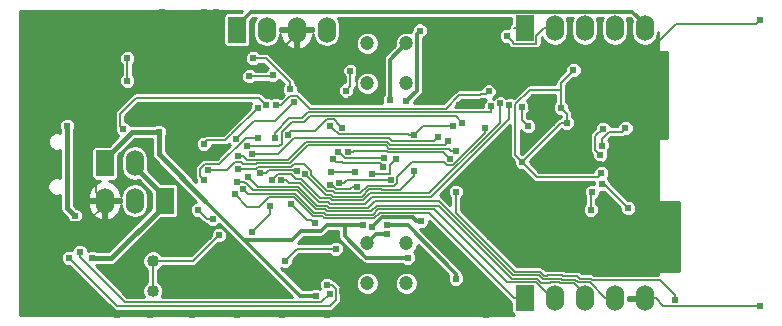
<source format=gbr>
%TF.GenerationSoftware,KiCad,Pcbnew,4.1.0-alpha+201607051515+6967~46~ubuntu15.10.1-product*%
%TF.CreationDate,2016-07-07T14:30:01+02:00*%
%TF.ProjectId,robot1,726F626F74312E6B696361645F706362,rev?*%
%TF.FileFunction,Copper,L2,Bot,Signal*%
%FSLAX46Y46*%
G04 Gerber Fmt 4.6, Leading zero omitted, Abs format (unit mm)*
G04 Created by KiCad (PCBNEW 4.1.0-alpha+201607051515+6967~46~ubuntu15.10.1-product) date Thu Jul  7 14:30:01 2016*
%MOMM*%
%LPD*%
G01*
G04 APERTURE LIST*
%ADD10C,0.100000*%
%ADD11C,1.016000*%
%ADD12R,1.524000X2.199640*%
%ADD13O,1.524000X2.199640*%
%ADD14C,1.200000*%
%ADD15C,0.609600*%
%ADD16C,0.152400*%
%ADD17C,0.304800*%
%ADD18C,0.406400*%
%ADD19C,0.254000*%
G04 APERTURE END LIST*
D10*
D11*
X152654000Y-139700000D03*
X152654000Y-137160000D03*
D12*
X159766000Y-117602000D03*
D13*
X162306000Y-117602000D03*
X164846000Y-117602000D03*
X167386000Y-117602000D03*
D12*
X153670000Y-132080000D03*
D13*
X151130000Y-132080000D03*
X148590000Y-132080000D03*
D14*
X174115000Y-118745000D03*
X174115000Y-122145000D03*
X170815000Y-122145000D03*
X170815000Y-118745000D03*
X170815000Y-139065000D03*
X170815000Y-135665000D03*
X174115000Y-135665000D03*
X174115000Y-139065000D03*
D12*
X184150000Y-117475000D03*
D13*
X186690000Y-117475000D03*
X189230000Y-117475000D03*
X191770000Y-117475000D03*
X194310000Y-117475000D03*
D12*
X184150000Y-140335000D03*
D13*
X186690000Y-140335000D03*
X189230000Y-140335000D03*
X191770000Y-140335000D03*
X194310000Y-140335000D03*
D12*
X148590000Y-128905000D03*
D13*
X151130000Y-128905000D03*
D15*
X190637565Y-129741774D03*
X169011867Y-122758221D03*
X169391259Y-121085446D03*
X188270888Y-121011469D03*
X167640000Y-125730000D03*
X164846000Y-129540000D03*
X161775468Y-129781314D03*
X168148000Y-136144000D03*
X163830000Y-137160000D03*
X171196000Y-129794000D03*
X173228000Y-128524000D03*
X178054000Y-125730000D03*
X174752000Y-126492000D03*
X162814000Y-121412000D03*
X160830249Y-121537138D03*
X187705990Y-125476000D03*
X183896000Y-128778000D03*
X187198000Y-124206000D03*
X156464000Y-132842000D03*
X157734000Y-133604000D03*
X150495000Y-120015000D03*
X150495000Y-121920000D03*
X192792987Y-125180966D03*
X187537310Y-137747273D03*
X186817000Y-137033000D03*
X185865921Y-137730079D03*
X184912000Y-137414000D03*
X183769000Y-137541000D03*
X182499000Y-136271000D03*
X194945000Y-132461000D03*
X196977000Y-132461000D03*
X196977000Y-136017000D03*
X196977000Y-136906000D03*
X196977000Y-137795000D03*
X196215000Y-137795000D03*
X192786000Y-137668000D03*
X192786000Y-136652000D03*
X191897000Y-136652000D03*
X191897000Y-137668000D03*
X191008000Y-137668000D03*
X191008000Y-136652000D03*
X190119000Y-136652000D03*
X190119000Y-137668000D03*
X189230000Y-137668000D03*
X189230000Y-136652000D03*
X193421000Y-129921000D03*
X192786000Y-130175000D03*
X192151000Y-130175000D03*
X191532137Y-130159985D03*
X204089000Y-140970000D03*
X204072353Y-116797980D03*
X181229000Y-135128000D03*
X181229000Y-132461000D03*
X186354016Y-136291978D03*
X176408351Y-121512885D03*
X180306958Y-122559621D03*
X180645027Y-123622101D03*
X169468779Y-120142009D03*
X191262000Y-119888000D03*
X191135000Y-120904000D03*
X191389000Y-121920000D03*
X190373000Y-121920000D03*
X189484000Y-122301000D03*
X189484000Y-123825000D03*
X192786000Y-124333000D03*
X195199000Y-126238000D03*
X195580000Y-125603000D03*
X195580000Y-124587000D03*
X195580000Y-121793000D03*
X194056000Y-121793000D03*
X194056000Y-120777000D03*
X195580000Y-120777000D03*
X195580000Y-119761000D03*
X193929000Y-119761000D03*
X153924000Y-117856000D03*
X157988000Y-116078000D03*
X156972000Y-116078000D03*
X155448000Y-116332000D03*
X156718000Y-125730000D03*
X155448000Y-125476000D03*
X149098000Y-122174000D03*
X148336000Y-116840000D03*
X150622000Y-116332000D03*
X153416000Y-116078000D03*
X143510000Y-134874000D03*
X141732000Y-135128000D03*
X141732000Y-136906000D03*
X142240000Y-139192000D03*
X143510000Y-139954000D03*
X148336000Y-141478000D03*
X149606000Y-141732000D03*
X152400000Y-141732000D03*
X155956000Y-141732000D03*
X159766000Y-141732000D03*
X163576000Y-141732000D03*
X167386000Y-141732000D03*
X178054000Y-136398000D03*
X179070000Y-137414000D03*
X180340000Y-138938000D03*
X181864000Y-140208000D03*
X180594000Y-140208000D03*
X180848000Y-141732000D03*
X175260000Y-141478000D03*
X174244000Y-140970000D03*
X172466000Y-141478000D03*
X171196000Y-140716000D03*
X169418000Y-140970000D03*
X178562000Y-123952000D03*
X179324000Y-121920000D03*
X168706812Y-139700000D03*
X157734004Y-119126000D03*
X172466000Y-137668000D03*
X167741610Y-134874000D03*
X177661667Y-117678221D03*
X178562000Y-117678221D03*
X179578000Y-117678221D03*
X160274000Y-124206000D03*
X158496000Y-125476000D03*
X169418000Y-123444000D03*
X183464221Y-122171375D03*
X183388006Y-132080000D03*
X184658000Y-124180590D03*
X186436000Y-125476000D03*
X180594000Y-119634000D03*
X179578000Y-119634000D03*
X179578000Y-118618000D03*
X179832000Y-120650000D03*
X187960000Y-129540000D03*
X187198000Y-129540000D03*
X186436000Y-129540000D03*
X186436000Y-128778000D03*
X187198000Y-128778000D03*
X187960000Y-128778000D03*
X187960000Y-128016000D03*
X187198000Y-128016000D03*
X186436046Y-128016000D03*
X184150000Y-136398000D03*
X185166000Y-136398000D03*
X184912000Y-132334000D03*
X184404000Y-131572000D03*
X187198000Y-136144000D03*
X157480000Y-134874000D03*
X153670000Y-134620000D03*
X152146000Y-135636000D03*
X147320000Y-125095000D03*
X144780000Y-133350000D03*
X160655000Y-119380000D03*
X150114006Y-125984000D03*
X162282335Y-124017526D03*
X146050000Y-133350000D03*
X145415000Y-125730000D03*
X184434447Y-125782225D03*
X183896000Y-124180590D03*
X192675433Y-125933856D03*
X190659014Y-127435187D03*
X190754000Y-125984000D03*
X190541334Y-128188058D03*
X192913000Y-132715000D03*
X190680352Y-130684863D03*
X189738000Y-132842000D03*
X189865000Y-131318000D03*
X158242000Y-135000996D03*
X161037126Y-134772390D03*
X162560066Y-132542988D03*
X164260038Y-122659495D03*
X161135058Y-120015000D03*
X153162000Y-126238000D03*
X166451564Y-140131779D03*
X174243982Y-136906000D03*
X170434000Y-134116913D03*
X172729289Y-123545610D03*
X172466132Y-134934268D03*
X168706811Y-125945640D03*
X169164000Y-127939843D03*
X164094967Y-126527364D03*
X177800000Y-128524000D03*
X178308000Y-131318000D03*
X196850000Y-140462000D03*
X156972000Y-127254000D03*
X161544000Y-124206000D03*
X161544000Y-126746000D03*
X156972000Y-130302000D03*
X164571893Y-123723378D03*
X159666964Y-126852691D03*
X174119503Y-123659411D03*
X175260000Y-117678221D03*
X171218557Y-134311348D03*
X175395449Y-133781841D03*
X172469399Y-134172263D03*
X178308000Y-138684000D03*
X165552108Y-129851079D03*
X174752000Y-129540004D03*
X169974463Y-130916425D03*
X167661323Y-130735161D03*
X172810458Y-130319685D03*
X168401964Y-130556000D03*
X167760835Y-129659288D03*
X169804797Y-129652731D03*
X167894000Y-128524000D03*
X172186590Y-129215371D03*
X160608229Y-127481674D03*
X178877945Y-125478510D03*
X178369004Y-127862508D03*
X157352996Y-129522404D03*
X161028113Y-128117566D03*
X176784000Y-126715528D03*
X159885415Y-128303011D03*
X177689003Y-126998718D03*
X159902501Y-129369822D03*
X180763292Y-125899286D03*
X167640000Y-139953998D03*
X146469593Y-136398944D03*
X164343090Y-132334000D03*
X166390812Y-134010390D03*
X167386000Y-139192000D03*
X145542000Y-136906000D03*
X168367409Y-127926885D03*
X172238056Y-128454796D03*
X182075151Y-123845452D03*
X162773674Y-130299043D03*
X182823630Y-123988427D03*
X163533791Y-130352755D03*
X181276142Y-124104825D03*
X182626000Y-118110000D03*
X163028155Y-126747529D03*
X181087204Y-122831440D03*
X163068000Y-123952000D03*
X160756590Y-130048000D03*
X159766000Y-130484532D03*
X160267977Y-131077667D03*
X159583063Y-131551344D03*
X147531711Y-136948289D03*
D16*
X190332766Y-130046573D02*
X190637565Y-129741774D01*
X190305938Y-130073401D02*
X190332766Y-130046573D01*
X185191401Y-130073401D02*
X190305938Y-130073401D01*
X183896000Y-128778000D02*
X185191401Y-130073401D01*
X169391259Y-121516498D02*
X169391259Y-121085446D01*
X169011867Y-122758221D02*
X169391259Y-122378829D01*
X169391259Y-122378829D02*
X169391259Y-121516498D01*
X187966089Y-121316268D02*
X188270888Y-121011469D01*
X187198000Y-122682000D02*
X187198000Y-122084357D01*
X187198000Y-122084357D02*
X187966089Y-121316268D01*
X184605156Y-122682000D02*
X187198000Y-122682000D01*
X187198000Y-124206000D02*
X187198000Y-122682000D01*
X168389050Y-126479050D02*
X167944799Y-126034799D01*
X167944799Y-126034799D02*
X167640000Y-125730000D01*
X174752000Y-126492000D02*
X174320948Y-126492000D01*
X174307998Y-126479050D02*
X168389050Y-126479050D01*
X174320948Y-126492000D02*
X174307998Y-126479050D01*
X183896000Y-128778000D02*
X183362599Y-128244599D01*
X183362599Y-128244599D02*
X183362599Y-123924557D01*
X183362599Y-123924557D02*
X184605156Y-122682000D01*
D17*
X194310000Y-117137180D02*
X194310000Y-117475000D01*
X159766000Y-117264180D02*
X160959801Y-116070379D01*
X193243200Y-116070380D02*
X194310000Y-117137180D01*
X159766000Y-117602000D02*
X159766000Y-117264180D01*
X160959801Y-116070379D02*
X193243200Y-116070380D01*
D16*
X164592000Y-129540000D02*
X164846000Y-129540000D01*
X164592000Y-129540000D02*
X164566542Y-129514542D01*
X164566542Y-129514542D02*
X162473292Y-129514542D01*
X162206520Y-129781314D02*
X161775468Y-129781314D01*
X162473292Y-129514542D02*
X162206520Y-129781314D01*
X164846000Y-136144000D02*
X168148000Y-136144000D01*
X163830000Y-137160000D02*
X164846000Y-136144000D01*
X172720000Y-129794000D02*
X172720000Y-129032000D01*
X172720000Y-129032000D02*
X173228000Y-128524000D01*
X171196000Y-129794000D02*
X172720000Y-129794000D01*
X174752000Y-126492000D02*
X175514000Y-125730000D01*
X175514000Y-125730000D02*
X178054000Y-125730000D01*
X160830249Y-121537138D02*
X162688862Y-121537138D01*
X162688862Y-121537138D02*
X162814000Y-121412000D01*
X187198000Y-125476000D02*
X187705990Y-125476000D01*
X183896000Y-128778000D02*
X187198000Y-125476000D01*
X187198000Y-124206000D02*
X187705990Y-124713990D01*
X187705990Y-124713990D02*
X187705990Y-125476000D01*
X157734000Y-133604000D02*
X157226000Y-133604000D01*
X157226000Y-133604000D02*
X156464000Y-132842000D01*
X150495000Y-121920000D02*
X150495000Y-120015000D01*
X147320000Y-125095000D02*
X147193000Y-125222000D01*
X147193000Y-125222000D02*
X147193000Y-130048000D01*
X147193000Y-130048000D02*
X147828000Y-130683000D01*
X147828000Y-130683000D02*
X147828000Y-131318000D01*
X147828000Y-131318000D02*
X148590000Y-132080000D01*
X180594000Y-119634000D02*
X181102000Y-119126000D01*
X181102000Y-119126000D02*
X194945000Y-119126000D01*
X194945000Y-119126000D02*
X196968221Y-117102779D01*
X196968221Y-117102779D02*
X203767554Y-117102779D01*
X203767554Y-117102779D02*
X204072353Y-116797980D01*
X190839966Y-125180966D02*
X192361935Y-125180966D01*
X189484000Y-123825000D02*
X190839966Y-125180966D01*
X192361935Y-125180966D02*
X192792987Y-125180966D01*
X187531273Y-137747273D02*
X187537310Y-137747273D01*
X186817000Y-137033000D02*
X187531273Y-137747273D01*
X184912000Y-137414000D02*
X185549842Y-137414000D01*
X185549842Y-137414000D02*
X185865921Y-137730079D01*
X182499000Y-136271000D02*
X183769000Y-137541000D01*
X196977000Y-132461000D02*
X194945000Y-132461000D01*
X196977000Y-136906000D02*
X196977000Y-136017000D01*
X196215000Y-137795000D02*
X196977000Y-137795000D01*
X192786000Y-136652000D02*
X192786000Y-137668000D01*
X191897000Y-137668000D02*
X191897000Y-136652000D01*
X191008000Y-136652000D02*
X191008000Y-137668000D01*
X190119000Y-137668000D02*
X190119000Y-136652000D01*
X189230000Y-136652000D02*
X189230000Y-137668000D01*
X192151000Y-130175000D02*
X192786000Y-130175000D01*
X190581204Y-128778000D02*
X191532137Y-129728933D01*
X187960000Y-128778000D02*
X190581204Y-128778000D01*
X191532137Y-129728933D02*
X191532137Y-130159985D01*
X204089000Y-140970000D02*
X197131434Y-140970000D01*
X197131434Y-140970000D02*
X197106033Y-140995401D01*
X197106033Y-140995401D02*
X195884801Y-140995401D01*
X195884801Y-140995401D02*
X195224400Y-140335000D01*
X195224400Y-140335000D02*
X194310000Y-140335000D01*
X181229000Y-135128000D02*
X181229000Y-132461000D01*
X181229000Y-132461000D02*
X181610000Y-132080000D01*
X181610000Y-132080000D02*
X183388006Y-132080000D01*
X187198000Y-136144000D02*
X187800043Y-136144000D01*
X176839403Y-121512885D02*
X176408351Y-121512885D01*
X179324000Y-121920000D02*
X178916885Y-121512885D01*
X178916885Y-121512885D02*
X176839403Y-121512885D01*
X178562000Y-123952000D02*
X178891899Y-123622101D01*
X178891899Y-123622101D02*
X180213975Y-123622101D01*
X180213975Y-123622101D02*
X180645027Y-123622101D01*
X179324000Y-121920000D02*
X179963621Y-122559621D01*
X179963621Y-122559621D02*
X180306958Y-122559621D01*
X169418000Y-123444000D02*
X169976805Y-122885195D01*
X169976805Y-122885195D02*
X169976805Y-120650035D01*
X169976805Y-120650035D02*
X169773578Y-120446808D01*
X169773578Y-120446808D02*
X169468779Y-120142009D01*
X191262000Y-119888000D02*
X193802000Y-119888000D01*
X193802000Y-119888000D02*
X193929000Y-119761000D01*
X191389000Y-121920000D02*
X191389000Y-121158000D01*
X191389000Y-121158000D02*
X191135000Y-120904000D01*
X189484000Y-122301000D02*
X189992000Y-122301000D01*
X189992000Y-122301000D02*
X190373000Y-121920000D01*
X195199000Y-126238000D02*
X193294000Y-124333000D01*
X193294000Y-124333000D02*
X192786000Y-124333000D01*
X195580000Y-124587000D02*
X195580000Y-125603000D01*
X194056000Y-121793000D02*
X195580000Y-121793000D01*
X195580000Y-120777000D02*
X194056000Y-120777000D01*
X193929000Y-119761000D02*
X195580000Y-119761000D01*
X157988000Y-116078000D02*
X155702000Y-116078000D01*
X155702000Y-116078000D02*
X153924000Y-117856000D01*
X155448000Y-116332000D02*
X156718000Y-116332000D01*
X156718000Y-116332000D02*
X156972000Y-116078000D01*
X155448000Y-125476000D02*
X156464000Y-125476000D01*
X156464000Y-125476000D02*
X156718000Y-125730000D01*
X148336000Y-116840000D02*
X148336000Y-121412000D01*
X148336000Y-121412000D02*
X149098000Y-122174000D01*
X153416000Y-116078000D02*
X150876000Y-116078000D01*
X150876000Y-116078000D02*
X150622000Y-116332000D01*
X141732000Y-135128000D02*
X143256000Y-135128000D01*
X143256000Y-135128000D02*
X143510000Y-134874000D01*
X142240000Y-139192000D02*
X141732000Y-138684000D01*
X141732000Y-138684000D02*
X141732000Y-136906000D01*
X148336000Y-141478000D02*
X146812000Y-139954000D01*
X146812000Y-139954000D02*
X143510000Y-139954000D01*
X152400000Y-141732000D02*
X149606000Y-141732000D01*
X159766000Y-141732000D02*
X155956000Y-141732000D01*
X167386000Y-141732000D02*
X163576000Y-141732000D01*
X179070000Y-137414000D02*
X178054000Y-136398000D01*
X181864000Y-140208000D02*
X180594000Y-138938000D01*
X180594000Y-138938000D02*
X180340000Y-138938000D01*
X180848000Y-141732000D02*
X180848000Y-140462000D01*
X180848000Y-140462000D02*
X180594000Y-140208000D01*
X174244000Y-140970000D02*
X174752000Y-140970000D01*
X174752000Y-140970000D02*
X175260000Y-141478000D01*
X171196000Y-140716000D02*
X171704000Y-140716000D01*
X171704000Y-140716000D02*
X172466000Y-141478000D01*
X168706812Y-139700000D02*
X168706812Y-140258812D01*
X168706812Y-140258812D02*
X169418000Y-140970000D01*
X168706812Y-137921987D02*
X168706812Y-139700000D01*
X168960799Y-137668000D02*
X168706812Y-137921987D01*
X160655000Y-119380000D02*
X157988004Y-119380000D01*
X157988004Y-119380000D02*
X157734004Y-119126000D01*
X168960799Y-137668000D02*
X168960799Y-135913363D01*
X172466000Y-137668000D02*
X168960799Y-137668000D01*
X168960799Y-135913363D02*
X168226235Y-135178799D01*
X168226235Y-135178799D02*
X168046409Y-135178799D01*
X168046409Y-135178799D02*
X167741610Y-134874000D01*
X178562000Y-117678221D02*
X177661667Y-117678221D01*
X179578000Y-118618000D02*
X179578000Y-117678221D01*
X159004000Y-125476000D02*
X160274000Y-124206000D01*
X158496000Y-125476000D02*
X159004000Y-125476000D01*
X181353375Y-122171375D02*
X183464221Y-122171375D01*
X179832000Y-120650000D02*
X181353375Y-122171375D01*
X184404000Y-131572000D02*
X183896000Y-132080000D01*
X183896000Y-132080000D02*
X183388006Y-132080000D01*
X185953410Y-125476000D02*
X184658000Y-124180590D01*
X186436000Y-125476000D02*
X185953410Y-125476000D01*
X180594000Y-119634000D02*
X180594000Y-119888000D01*
X180594000Y-119888000D02*
X179832000Y-120650000D01*
X179578000Y-118618000D02*
X179578000Y-119634000D01*
X185166000Y-136398000D02*
X184150000Y-136398000D01*
X184912000Y-132334000D02*
X184912000Y-132080000D01*
X184912000Y-132080000D02*
X184404000Y-131572000D01*
X157480000Y-134874000D02*
X153924000Y-134874000D01*
X153924000Y-134874000D02*
X153670000Y-134620000D01*
X152146000Y-135636000D02*
X152654000Y-135636000D01*
X152654000Y-135636000D02*
X153670000Y-134620000D01*
X144780000Y-133350000D02*
X145313401Y-133883401D01*
X145313401Y-133883401D02*
X147124419Y-133883401D01*
X147124419Y-133883401D02*
X148590000Y-132417820D01*
X148590000Y-132417820D02*
X148590000Y-132080000D01*
X160655000Y-119380000D02*
X163405820Y-119380000D01*
X163405820Y-119380000D02*
X164846000Y-117939820D01*
X164846000Y-117939820D02*
X164846000Y-117602000D01*
X149885424Y-125755418D02*
X150114006Y-125984000D01*
X151231637Y-123367787D02*
X149885424Y-124714000D01*
X162282335Y-124017526D02*
X161632596Y-123367787D01*
X149885424Y-124714000D02*
X149885424Y-125755418D01*
X161632596Y-123367787D02*
X151231637Y-123367787D01*
D18*
X145415000Y-125730000D02*
X145415000Y-132715000D01*
X145415000Y-132715000D02*
X146050000Y-133350000D01*
D16*
X183896000Y-124180590D02*
X183896000Y-125243778D01*
X183896000Y-125243778D02*
X184434447Y-125782225D01*
X190659014Y-127435187D02*
X190659014Y-126840986D01*
X190659014Y-126840986D02*
X191261345Y-126238655D01*
X191261345Y-126238655D02*
X192370634Y-126238655D01*
X192370634Y-126238655D02*
X192675433Y-125933856D01*
X190754000Y-125984000D02*
X190119000Y-126619000D01*
X190119000Y-126619000D02*
X190119000Y-127765724D01*
X190119000Y-127765724D02*
X190541334Y-128188058D01*
X192913000Y-132715000D02*
X190882863Y-130684863D01*
X190882863Y-130684863D02*
X190680352Y-130684863D01*
X189738000Y-132842000D02*
X189738000Y-131445000D01*
X189738000Y-131445000D02*
X189865000Y-131318000D01*
X156082996Y-137160000D02*
X157937201Y-135305795D01*
X152654000Y-137160000D02*
X156082996Y-137160000D01*
X157937201Y-135305795D02*
X158242000Y-135000996D01*
X152654000Y-139700000D02*
X152654000Y-137160000D01*
X162560066Y-133249450D02*
X161037126Y-134772390D01*
X162560066Y-132542988D02*
X162560066Y-133249450D01*
X164260038Y-122068602D02*
X164260038Y-122659495D01*
X162206436Y-120015000D02*
X164260038Y-122068602D01*
X161135058Y-120015000D02*
X162206436Y-120015000D01*
X167386000Y-117602000D02*
X167386000Y-117939820D01*
D18*
X153162000Y-126238000D02*
X153162000Y-128156210D01*
X153162000Y-128156210D02*
X157085790Y-132080000D01*
X148590000Y-128905000D02*
X148590000Y-128567180D01*
X148590000Y-128567180D02*
X150919180Y-126238000D01*
X150919180Y-126238000D02*
X152730948Y-126238000D01*
X152730948Y-126238000D02*
X153162000Y-126238000D01*
D17*
X160387790Y-135382000D02*
X165137569Y-140131779D01*
X165137569Y-140131779D02*
X166451564Y-140131779D01*
X170716894Y-136906000D02*
X174243982Y-136906000D01*
X168910000Y-135099106D02*
X170716894Y-136906000D01*
X168910000Y-134112000D02*
X168910000Y-135099106D01*
X168914913Y-134116913D02*
X170434000Y-134116913D01*
X168910000Y-134112000D02*
X168914913Y-134116913D01*
X167386000Y-134112000D02*
X168910000Y-134112000D01*
X166878000Y-134620000D02*
X167386000Y-134112000D01*
X165232880Y-134620000D02*
X166878000Y-134620000D01*
X164470880Y-135382000D02*
X165232880Y-134620000D01*
X160387790Y-135382000D02*
X164470880Y-135382000D01*
X157085790Y-132080000D02*
X160387790Y-135382000D01*
X172729289Y-120130711D02*
X172729289Y-123545610D01*
X174115000Y-118745000D02*
X172729289Y-120130711D01*
X170815000Y-135665000D02*
X171545732Y-134934268D01*
X171545732Y-134934268D02*
X172466132Y-134934268D01*
D16*
X186027163Y-138396951D02*
X185994113Y-138430001D01*
X195630052Y-138811000D02*
X189875821Y-138811000D01*
X196850000Y-140030948D02*
X195630052Y-138811000D01*
X185994113Y-138430001D02*
X185811500Y-138430001D01*
X178308000Y-133096000D02*
X178308000Y-131318000D01*
X188568112Y-138473161D02*
X187429045Y-138473160D01*
X196850000Y-140462000D02*
X196850000Y-140030948D01*
X189875821Y-138811000D02*
X189766580Y-138701759D01*
X188796710Y-138701759D02*
X188568112Y-138473161D01*
X189766580Y-138701759D02*
X188796710Y-138701759D01*
X187429045Y-138473160D02*
X187352836Y-138396951D01*
X187352836Y-138396951D02*
X186027163Y-138396951D01*
X185811500Y-138430001D02*
X185473649Y-138092150D01*
X185473649Y-138092150D02*
X183304149Y-138092149D01*
X183304149Y-138092149D02*
X178308000Y-133096000D01*
X164094967Y-126527364D02*
X164399766Y-126222565D01*
X168402012Y-125640841D02*
X168706811Y-125945640D01*
X167383966Y-125196598D02*
X167957769Y-125196598D01*
X166357999Y-126222565D02*
X167383966Y-125196598D01*
X164399766Y-126222565D02*
X166357999Y-126222565D01*
X167957769Y-125196598D02*
X168402012Y-125640841D01*
X172529695Y-127970817D02*
X172473312Y-127914434D01*
X169595052Y-127939843D02*
X169164000Y-127939843D01*
X177800000Y-128524000D02*
X177246817Y-127970817D01*
X172473312Y-127914434D02*
X169620461Y-127914434D01*
X169620461Y-127914434D02*
X169595052Y-127939843D01*
X177246817Y-127970817D02*
X172529695Y-127970817D01*
X156972000Y-127254000D02*
X157276799Y-126949201D01*
X157276799Y-126949201D02*
X158800799Y-126949201D01*
X158800799Y-126949201D02*
X159283402Y-126466598D01*
X159283402Y-126466598D02*
X161544000Y-124206000D01*
X161112948Y-126746000D02*
X161544000Y-126746000D01*
X160528000Y-126746000D02*
X161112948Y-126746000D01*
X157096963Y-128989003D02*
X158284997Y-128989003D01*
X156667201Y-129418765D02*
X157096963Y-128989003D01*
X156667201Y-129997201D02*
X156667201Y-129418765D01*
X156972000Y-130302000D02*
X156667201Y-129997201D01*
X158284997Y-128989003D02*
X160528000Y-126746000D01*
X162976722Y-125318549D02*
X164571893Y-123723378D01*
X161201106Y-125318549D02*
X162976722Y-125318549D01*
X159666964Y-126852691D02*
X161201106Y-125318549D01*
D17*
X175260000Y-117678221D02*
X175006000Y-117932221D01*
X175019801Y-118310695D02*
X175019801Y-119179305D01*
X175019801Y-119179305D02*
X175006000Y-119193106D01*
X175006000Y-119193106D02*
X175006000Y-121696894D01*
X175019801Y-122579305D02*
X175006000Y-122593106D01*
X175006000Y-117932221D02*
X175006000Y-118296894D01*
X175006000Y-118296894D02*
X175019801Y-118310695D01*
X175006000Y-121696894D02*
X175019801Y-121710695D01*
X175019801Y-121710695D02*
X175019801Y-122579305D01*
X175006000Y-122593106D02*
X175006000Y-122772914D01*
X175006000Y-122772914D02*
X174119503Y-123659411D01*
X172027352Y-133502553D02*
X171218557Y-134311348D01*
X174685109Y-133502553D02*
X172027352Y-133502553D01*
X174964397Y-133781841D02*
X174685109Y-133502553D01*
X175395449Y-133781841D02*
X174964397Y-133781841D01*
X178308000Y-138684000D02*
X178308000Y-138252948D01*
X178308000Y-138252948D02*
X174227315Y-134172263D01*
X174227315Y-134172263D02*
X172469399Y-134172263D01*
D16*
X172101395Y-131157898D02*
X172058252Y-131114755D01*
X167291043Y-131590014D02*
X165552108Y-129851079D01*
X174752000Y-129971056D02*
X173565158Y-131157898D01*
X170356751Y-131754637D02*
X167949067Y-131754637D01*
X172058252Y-131114755D02*
X170996634Y-131114755D01*
X173565158Y-131157898D02*
X172101395Y-131157898D01*
X174752000Y-129540004D02*
X174752000Y-129971056D01*
X167949067Y-131754637D02*
X167784444Y-131590014D01*
X167784444Y-131590014D02*
X167291043Y-131590014D01*
X170996634Y-131114755D02*
X170356751Y-131754637D01*
X167791725Y-130735161D02*
X167661323Y-130735161D01*
X169974463Y-130916425D02*
X169543411Y-130916425D01*
X169543411Y-130916425D02*
X169370434Y-131089402D01*
X168145966Y-131089402D02*
X167791725Y-130735161D01*
X169370434Y-131089402D02*
X168145966Y-131089402D01*
X172379406Y-130319685D02*
X172810458Y-130319685D01*
X172371690Y-130327401D02*
X172379406Y-130319685D01*
X169061615Y-130327401D02*
X172371690Y-130327401D01*
X168401964Y-130556000D02*
X168833016Y-130556000D01*
X168833016Y-130556000D02*
X169061615Y-130327401D01*
X169804797Y-129652731D02*
X167767392Y-129652731D01*
X167767392Y-129652731D02*
X167760835Y-129659288D01*
X167894000Y-128524000D02*
X168148000Y-128778000D01*
X168148000Y-128778000D02*
X168656000Y-128778000D01*
X168656000Y-128778000D02*
X168775275Y-128897275D01*
X168775275Y-128897275D02*
X171868494Y-128897275D01*
X171868494Y-128897275D02*
X172186590Y-129215371D01*
X178877945Y-125478510D02*
X178291222Y-124891787D01*
X164407706Y-125425189D02*
X163561565Y-126271330D01*
X163375762Y-127481674D02*
X160608229Y-127481674D01*
X163561565Y-126271330D02*
X163561565Y-127295871D01*
X163561565Y-127295871D02*
X163375762Y-127481674D01*
X165965649Y-124891787D02*
X165432247Y-125425189D01*
X165432247Y-125425189D02*
X164407706Y-125425189D01*
X178291222Y-124891787D02*
X165965649Y-124891787D01*
X160158534Y-128836421D02*
X160277900Y-128955787D01*
X172655951Y-127666006D02*
X177741450Y-127666006D01*
X158960485Y-129522404D02*
X159646468Y-128836421D01*
X177937952Y-127862508D02*
X178369004Y-127862508D01*
X177741450Y-127666006D02*
X177937952Y-127862508D01*
X165772015Y-127393483D02*
X172383428Y-127393483D01*
X172383428Y-127393483D02*
X172655951Y-127666006D01*
X164260578Y-128904920D02*
X165772015Y-127393483D01*
X161431359Y-128904920D02*
X164260578Y-128904920D01*
X161380492Y-128955787D02*
X161431359Y-128904920D01*
X160277900Y-128955787D02*
X161380492Y-128955787D01*
X159646468Y-128836421D02*
X160158534Y-128836421D01*
X157352996Y-129522404D02*
X158960485Y-129522404D01*
X163294201Y-128117566D02*
X161459165Y-128117566D01*
X164627906Y-126783861D02*
X163294201Y-128117566D01*
X176474127Y-127025401D02*
X172877480Y-127025401D01*
X172635940Y-126783861D02*
X164627906Y-126783861D01*
X161459165Y-128117566D02*
X161028113Y-128117566D01*
X172877480Y-127025401D02*
X172635940Y-126783861D01*
X176784000Y-126715528D02*
X176474127Y-127025401D01*
X177689003Y-126998718D02*
X177357509Y-127330212D01*
X160316467Y-128303011D02*
X159885415Y-128303011D01*
X160664432Y-128650976D02*
X160316467Y-128303011D01*
X161305103Y-128600109D02*
X161254236Y-128650976D01*
X161254236Y-128650976D02*
X160664432Y-128650976D01*
X164134321Y-128600109D02*
X161305103Y-128600109D01*
X172751224Y-127330212D02*
X172509684Y-127088672D01*
X172509684Y-127088672D02*
X165645758Y-127088672D01*
X165645758Y-127088672D02*
X164134321Y-128600109D01*
X177357509Y-127330212D02*
X172751224Y-127330212D01*
X161397524Y-129369822D02*
X159902501Y-129369822D01*
X166085509Y-129595046D02*
X165497061Y-129006598D01*
X164386833Y-129209731D02*
X161557615Y-129209731D01*
X161557615Y-129209731D02*
X161397524Y-129369822D01*
X164589966Y-129006598D02*
X164386833Y-129209731D01*
X165497061Y-129006598D02*
X164589966Y-129006598D01*
X166085509Y-129948753D02*
X166085509Y-129595046D01*
X167894060Y-131268563D02*
X167405319Y-131268563D01*
X173343860Y-130575719D02*
X173066492Y-130853087D01*
X174578700Y-128828811D02*
X173343860Y-130063651D01*
X178036229Y-129057401D02*
X177546000Y-129057401D01*
X170230496Y-131449826D02*
X168075323Y-131449826D01*
X170870378Y-130809944D02*
X170230496Y-131449826D01*
X172227651Y-130853087D02*
X172184508Y-130809944D01*
X173343860Y-130063651D02*
X173343860Y-130575719D01*
X177546000Y-129057401D02*
X177317410Y-128828811D01*
X180763292Y-125899286D02*
X180763292Y-126330338D01*
X177317410Y-128828811D02*
X174578700Y-128828811D01*
X172184508Y-130809944D02*
X170870378Y-130809944D01*
X167405319Y-131268563D02*
X166085509Y-129948753D01*
X180763292Y-126330338D02*
X178036229Y-129057401D01*
X173066492Y-130853087D02*
X172227651Y-130853087D01*
X168075323Y-131449826D02*
X167894060Y-131268563D01*
X166928809Y-140665189D02*
X167640000Y-139953998D01*
X150304786Y-140665189D02*
X166928809Y-140665189D01*
X146469593Y-136829996D02*
X150304786Y-140665189D01*
X146469593Y-136398944D02*
X146469593Y-136829996D01*
X165714681Y-133705591D02*
X164343090Y-132334000D01*
X166086013Y-133705591D02*
X165714681Y-133705591D01*
X166390812Y-134010390D02*
X166086013Y-133705591D01*
X168173402Y-139548350D02*
X167817052Y-139192000D01*
X167667454Y-140970000D02*
X168173402Y-140464052D01*
X145542000Y-136906000D02*
X149606000Y-140970000D01*
X149606000Y-140970000D02*
X167667454Y-140970000D01*
X168173402Y-140464052D02*
X168173402Y-139548350D01*
X167817052Y-139192000D02*
X167386000Y-139192000D01*
X171788556Y-128473244D02*
X168913768Y-128473244D01*
X172238056Y-128454796D02*
X171807004Y-128454796D01*
X168672208Y-128231684D02*
X168367409Y-127926885D01*
X168913768Y-128473244D02*
X168672208Y-128231684D01*
X171807004Y-128454796D02*
X171788556Y-128473244D01*
X164793112Y-130276548D02*
X165230404Y-130276548D01*
X164335917Y-129819353D02*
X164793112Y-130276548D01*
X176081792Y-131462709D02*
X182075151Y-125469350D01*
X182075151Y-124276504D02*
X182075151Y-123845452D01*
X166848681Y-131894825D02*
X167658188Y-131894825D01*
X167658188Y-131894825D02*
X167822811Y-132059448D01*
X163253364Y-129819353D02*
X164335917Y-129819353D01*
X162773674Y-130299043D02*
X163253364Y-129819353D01*
X170483007Y-132059448D02*
X171079746Y-131462709D01*
X167822811Y-132059448D02*
X170483007Y-132059448D01*
X165230404Y-130276548D02*
X166848681Y-131894825D01*
X171079746Y-131462709D02*
X176081792Y-131462709D01*
X182075151Y-125469350D02*
X182075151Y-124276504D01*
X165104148Y-130581358D02*
X166722426Y-132199636D01*
X164193446Y-130581358D02*
X165104148Y-130581358D01*
X170609263Y-132364259D02*
X171206002Y-131767520D01*
X176208048Y-131767520D02*
X182823630Y-125151938D01*
X182823630Y-125151938D02*
X182823630Y-124419479D01*
X166722426Y-132199636D02*
X167531932Y-132199636D01*
X163533791Y-130352755D02*
X163964843Y-130352755D01*
X171206002Y-131767520D02*
X176208048Y-131767520D01*
X163964843Y-130352755D02*
X164193446Y-130581358D01*
X182823630Y-124419479D02*
X182823630Y-123988427D01*
X167696555Y-132364259D02*
X170609263Y-132364259D01*
X167531932Y-132199636D02*
X167696555Y-132364259D01*
X181225042Y-124586977D02*
X181276142Y-124535877D01*
X181276142Y-124535877D02*
X181276142Y-124104825D01*
X181101977Y-124586977D02*
X181225042Y-124586977D01*
X170815023Y-124586977D02*
X181101977Y-124586977D01*
X181101977Y-124586977D02*
X181102000Y-124587000D01*
X183159399Y-118567189D02*
X183083189Y-118567189D01*
X183083189Y-118567189D02*
X182626000Y-118110000D01*
X183205119Y-118803421D02*
X183159399Y-118757701D01*
X183159399Y-118757701D02*
X183159399Y-118567189D01*
X185094881Y-118803421D02*
X183205119Y-118803421D01*
X185140601Y-118757701D02*
X185094881Y-118803421D01*
X185140601Y-118109999D02*
X185140601Y-118757701D01*
X185775600Y-117475000D02*
X185140601Y-118109999D01*
X186690000Y-117475000D02*
X185775600Y-117475000D01*
X170053000Y-124586977D02*
X170815023Y-124586977D01*
X165839393Y-124586977D02*
X170053000Y-124586977D01*
X164947622Y-125120378D02*
X165305992Y-125120378D01*
X165305992Y-125120378D02*
X165839393Y-124586977D01*
X164224254Y-125120378D02*
X163028155Y-126316477D01*
X164947622Y-125120378D02*
X164224254Y-125120378D01*
X163028155Y-126316477D02*
X163028155Y-126747529D01*
X164315860Y-123189977D02*
X164845977Y-123189977D01*
X178621676Y-123102890D02*
X180360612Y-123102890D01*
X180360612Y-123102890D02*
X180374803Y-123088699D01*
X180374803Y-123088699D02*
X180829945Y-123088699D01*
X164845977Y-123189977D02*
X165938167Y-124282167D01*
X163553837Y-123952000D02*
X164315860Y-123189977D01*
X163068000Y-123952000D02*
X163553837Y-123952000D01*
X177442399Y-124282167D02*
X178621676Y-123102890D01*
X165938167Y-124282167D02*
X177442399Y-124282167D01*
X180829945Y-123088699D02*
X181087204Y-122831440D01*
X184150000Y-117475000D02*
X183235600Y-117475000D01*
X189640324Y-139006570D02*
X190968754Y-140335000D01*
X187302790Y-138777970D02*
X188441857Y-138777971D01*
X187226581Y-138701761D02*
X187302790Y-138777970D01*
X170860930Y-132669070D02*
X171457669Y-132072331D01*
X186153420Y-138701760D02*
X187226581Y-138701761D01*
X185685246Y-138734812D02*
X186120368Y-138734812D01*
X185347394Y-138396960D02*
X185685246Y-138734812D01*
X183177892Y-138396959D02*
X185347394Y-138396960D01*
X167405676Y-132504447D02*
X167570299Y-132669070D01*
X164977891Y-130886168D02*
X166596170Y-132504447D01*
X171457669Y-132072331D02*
X176853264Y-132072331D01*
X161594755Y-130886165D02*
X164718802Y-130886165D01*
X160756590Y-130048000D02*
X161594755Y-130886165D01*
X188441857Y-138777971D02*
X188670456Y-139006570D01*
X164718802Y-130886165D02*
X164977891Y-130886168D01*
X190968754Y-140335000D02*
X191770000Y-140335000D01*
X188670456Y-139006570D02*
X189640324Y-139006570D01*
X186120368Y-138734812D02*
X186153420Y-138701760D01*
X167570299Y-132669070D02*
X170860930Y-132669070D01*
X176853264Y-132072331D02*
X183177892Y-138396959D01*
X166596170Y-132504447D02*
X167405676Y-132504447D01*
X164851635Y-131190979D02*
X161162979Y-131190979D01*
X188315600Y-139082780D02*
X187176534Y-139082780D01*
X186279676Y-139006570D02*
X186246624Y-139039622D01*
X166469914Y-132809258D02*
X164851635Y-131190979D01*
X183051635Y-138701769D02*
X176861616Y-132511750D01*
X185221137Y-138701769D02*
X183051635Y-138701769D01*
X160553402Y-130581402D02*
X160500556Y-130581402D01*
X171617191Y-132511750D02*
X171155060Y-132973881D01*
X160500556Y-130581402D02*
X160403686Y-130484532D01*
X185558990Y-139039622D02*
X185221137Y-138701769D01*
X161162979Y-131190979D02*
X160553402Y-130581402D01*
X187100324Y-139006570D02*
X186279676Y-139006570D01*
X187176534Y-139082780D02*
X187100324Y-139006570D01*
X167279420Y-132809258D02*
X166469914Y-132809258D01*
X176861616Y-132511750D02*
X171617191Y-132511750D01*
X160197052Y-130484532D02*
X159766000Y-130484532D01*
X189230000Y-139997180D02*
X188315600Y-139082780D01*
X160403686Y-130484532D02*
X160197052Y-130484532D01*
X189230000Y-140335000D02*
X189230000Y-139997180D01*
X186246624Y-139039622D02*
X185558990Y-139039622D01*
X167444043Y-132973881D02*
X167279420Y-132809258D01*
X171155060Y-132973881D02*
X167444043Y-132973881D01*
X182617646Y-139006579D02*
X176427628Y-132816561D01*
X167317787Y-133278692D02*
X167153164Y-133114069D01*
X186690000Y-140335000D02*
X186423302Y-140335000D01*
X167153164Y-133114069D02*
X166343658Y-133114069D01*
X164725379Y-131495790D02*
X160686099Y-131495789D01*
X171281316Y-133278692D02*
X167317787Y-133278692D01*
X176427628Y-132816561D02*
X171743447Y-132816561D01*
X171743447Y-132816561D02*
X171281316Y-133278692D01*
X160572776Y-131382466D02*
X160267977Y-131077667D01*
X166343658Y-133114069D02*
X164725379Y-131495790D01*
X160686099Y-131495789D02*
X160572776Y-131382466D01*
X186423302Y-140335000D02*
X185094881Y-139006579D01*
X185094881Y-139006579D02*
X182617646Y-139006579D01*
X171869703Y-133121372D02*
X171407572Y-133583503D01*
X176021972Y-133121372D02*
X171869703Y-133121372D01*
X160670530Y-132638811D02*
X159583063Y-131551344D01*
X183235600Y-140335000D02*
X176021972Y-133121372D01*
X166217404Y-133418880D02*
X164599123Y-131800599D01*
X167026908Y-133418880D02*
X166217404Y-133418880D01*
X167191531Y-133583503D02*
X167026908Y-133418880D01*
X161683429Y-132638811D02*
X160670530Y-132638811D01*
X171407572Y-133583503D02*
X167191531Y-133583503D01*
X184150000Y-140335000D02*
X183235600Y-140335000D01*
X162521642Y-131800598D02*
X161683429Y-132638811D01*
X164599123Y-131800599D02*
X162521642Y-131800598D01*
D18*
X153670000Y-132080000D02*
X153670000Y-131742180D01*
X153670000Y-131742180D02*
X151130000Y-129202180D01*
X151130000Y-129202180D02*
X151130000Y-128905000D01*
X149139531Y-136948289D02*
X147531711Y-136948289D01*
X153670000Y-132080000D02*
X153670000Y-132417820D01*
X153670000Y-132417820D02*
X149139531Y-136948289D01*
D19*
G36*
X160162123Y-116113716D02*
X159004000Y-116113716D01*
X158855341Y-116143286D01*
X158729314Y-116227494D01*
X158645106Y-116353521D01*
X158615536Y-116502180D01*
X158615536Y-118701820D01*
X158645106Y-118850479D01*
X158729314Y-118976506D01*
X158855341Y-119060714D01*
X159004000Y-119090284D01*
X160528000Y-119090284D01*
X160676659Y-119060714D01*
X160802686Y-118976506D01*
X160886894Y-118850479D01*
X160916464Y-118701820D01*
X160916464Y-116868057D01*
X161180742Y-116603779D01*
X161379621Y-116603779D01*
X161250006Y-116797762D01*
X161163000Y-117235169D01*
X161163000Y-117968831D01*
X161250006Y-118406238D01*
X161497777Y-118777054D01*
X161868593Y-119024825D01*
X162306000Y-119111831D01*
X162743407Y-119024825D01*
X163114223Y-118777054D01*
X163361994Y-118406238D01*
X163449000Y-117968831D01*
X163449000Y-118066820D01*
X163603941Y-118591761D01*
X163947974Y-119017450D01*
X164428723Y-119279080D01*
X164502930Y-119294040D01*
X164719000Y-119171540D01*
X164719000Y-117729000D01*
X163449000Y-117729000D01*
X163449000Y-117475000D01*
X164719000Y-117475000D01*
X164719000Y-117455000D01*
X164973000Y-117455000D01*
X164973000Y-117475000D01*
X166243000Y-117475000D01*
X166243000Y-117729000D01*
X164973000Y-117729000D01*
X164973000Y-119171540D01*
X165189070Y-119294040D01*
X165263277Y-119279080D01*
X165744026Y-119017450D01*
X166088059Y-118591761D01*
X166243000Y-118066820D01*
X166243000Y-117968831D01*
X166330006Y-118406238D01*
X166577777Y-118777054D01*
X166948593Y-119024825D01*
X167386000Y-119111831D01*
X167823407Y-119024825D01*
X167951438Y-118939277D01*
X169833830Y-118939277D01*
X169982864Y-119299966D01*
X170258583Y-119576166D01*
X170619011Y-119725829D01*
X171009277Y-119726170D01*
X171369966Y-119577136D01*
X171646166Y-119301417D01*
X171795829Y-118940989D01*
X171796170Y-118550723D01*
X171647136Y-118190034D01*
X171371417Y-117913834D01*
X171010989Y-117764171D01*
X170620723Y-117763830D01*
X170260034Y-117912864D01*
X169983834Y-118188583D01*
X169834171Y-118549011D01*
X169833830Y-118939277D01*
X167951438Y-118939277D01*
X168194223Y-118777054D01*
X168441994Y-118406238D01*
X168529000Y-117968831D01*
X168529000Y-117235169D01*
X168441994Y-116797762D01*
X168312379Y-116603779D01*
X182999536Y-116603780D01*
X182999536Y-117093429D01*
X182912311Y-117151711D01*
X182813202Y-117300037D01*
X182786538Y-117434087D01*
X182763013Y-117424319D01*
X182490184Y-117424081D01*
X182238033Y-117528268D01*
X182044946Y-117721018D01*
X181940319Y-117972987D01*
X181940081Y-118245816D01*
X182044268Y-118497967D01*
X182237018Y-118691054D01*
X182488987Y-118795681D01*
X182665257Y-118795835D01*
X182720840Y-118851418D01*
X182737001Y-118932664D01*
X182836110Y-119080990D01*
X182881830Y-119126710D01*
X183030156Y-119225819D01*
X183205119Y-119260621D01*
X185094881Y-119260621D01*
X185269844Y-119225819D01*
X185418170Y-119126710D01*
X185463890Y-119080990D01*
X185562999Y-118932664D01*
X185597801Y-118757701D01*
X185597801Y-118299377D01*
X185631340Y-118265838D01*
X185634006Y-118279238D01*
X185881777Y-118650054D01*
X186252593Y-118897825D01*
X186690000Y-118984831D01*
X187127407Y-118897825D01*
X187498223Y-118650054D01*
X187745994Y-118279238D01*
X187833000Y-117841831D01*
X187833000Y-117108169D01*
X187745994Y-116670762D01*
X187701238Y-116603780D01*
X188218762Y-116603780D01*
X188174006Y-116670762D01*
X188087000Y-117108169D01*
X188087000Y-117841831D01*
X188174006Y-118279238D01*
X188421777Y-118650054D01*
X188792593Y-118897825D01*
X189230000Y-118984831D01*
X189667407Y-118897825D01*
X190038223Y-118650054D01*
X190285994Y-118279238D01*
X190373000Y-117841831D01*
X190373000Y-117108169D01*
X190285994Y-116670762D01*
X190241238Y-116603780D01*
X190758762Y-116603780D01*
X190714006Y-116670762D01*
X190627000Y-117108169D01*
X190627000Y-117841831D01*
X190714006Y-118279238D01*
X190961777Y-118650054D01*
X191332593Y-118897825D01*
X191770000Y-118984831D01*
X192207407Y-118897825D01*
X192578223Y-118650054D01*
X192825994Y-118279238D01*
X192913000Y-117841831D01*
X192913000Y-117108169D01*
X192825994Y-116670762D01*
X192781238Y-116603780D01*
X193022258Y-116603780D01*
X193226669Y-116808191D01*
X193167000Y-117108169D01*
X193167000Y-117841831D01*
X193254006Y-118279238D01*
X193501777Y-118650054D01*
X193872593Y-118897825D01*
X194310000Y-118984831D01*
X194747407Y-118897825D01*
X195118223Y-118650054D01*
X195365994Y-118279238D01*
X195453000Y-117841831D01*
X195453000Y-119380000D01*
X195462667Y-119428601D01*
X195490197Y-119469803D01*
X195531399Y-119497333D01*
X195580000Y-119507000D01*
X196215000Y-119507000D01*
X196215000Y-126746000D01*
X195580000Y-126746000D01*
X195531399Y-126755667D01*
X195490197Y-126783197D01*
X195462667Y-126824399D01*
X195453000Y-126873000D01*
X195453000Y-132080000D01*
X195462667Y-132128601D01*
X195490197Y-132169803D01*
X195531399Y-132197333D01*
X195580000Y-132207000D01*
X197231000Y-132207000D01*
X197231000Y-138049000D01*
X195580000Y-138049000D01*
X195531399Y-138058667D01*
X195490197Y-138086197D01*
X195462667Y-138127399D01*
X195453000Y-138176000D01*
X195453000Y-138353800D01*
X190052948Y-138353800D01*
X189941543Y-138279361D01*
X189766580Y-138244559D01*
X188986088Y-138244559D01*
X188891401Y-138149872D01*
X188743075Y-138050763D01*
X188568112Y-138015961D01*
X187589769Y-138015960D01*
X187527799Y-137974553D01*
X187352836Y-137939751D01*
X186027163Y-137939751D01*
X185977673Y-137949595D01*
X185796938Y-137768861D01*
X185648612Y-137669752D01*
X185473649Y-137634950D01*
X183493527Y-137634949D01*
X178765200Y-132906622D01*
X178765200Y-131830620D01*
X178889054Y-131706982D01*
X178993681Y-131455013D01*
X178993919Y-131182184D01*
X178889732Y-130930033D01*
X178696982Y-130736946D01*
X178445013Y-130632319D01*
X178172184Y-130632081D01*
X177920033Y-130736268D01*
X177726946Y-130929018D01*
X177622319Y-131180987D01*
X177622081Y-131453816D01*
X177726268Y-131705967D01*
X177850800Y-131830717D01*
X177850800Y-132423289D01*
X177176553Y-131749042D01*
X177028227Y-131649933D01*
X176981506Y-131640640D01*
X182905399Y-125716747D01*
X182905399Y-128244599D01*
X182940201Y-128419562D01*
X183039310Y-128567888D01*
X183210234Y-128738812D01*
X183210081Y-128913816D01*
X183314268Y-129165967D01*
X183507018Y-129359054D01*
X183758987Y-129463681D01*
X183935257Y-129463835D01*
X184868112Y-130396690D01*
X185016438Y-130495799D01*
X185191401Y-130530601D01*
X190001833Y-130530601D01*
X189994671Y-130547850D01*
X189994597Y-130632313D01*
X189729184Y-130632081D01*
X189477033Y-130736268D01*
X189283946Y-130929018D01*
X189179319Y-131180987D01*
X189179081Y-131453816D01*
X189280800Y-131699994D01*
X189280800Y-132329380D01*
X189156946Y-132453018D01*
X189052319Y-132704987D01*
X189052081Y-132977816D01*
X189156268Y-133229967D01*
X189349018Y-133423054D01*
X189600987Y-133527681D01*
X189873816Y-133527919D01*
X190125967Y-133423732D01*
X190319054Y-133230982D01*
X190423681Y-132979013D01*
X190423919Y-132706184D01*
X190319732Y-132454033D01*
X190195200Y-132329283D01*
X190195200Y-131923601D01*
X190252967Y-131899732D01*
X190446054Y-131706982D01*
X190550681Y-131455013D01*
X190550755Y-131370550D01*
X190816168Y-131370782D01*
X190891201Y-131339779D01*
X192227234Y-132675812D01*
X192227081Y-132850816D01*
X192331268Y-133102967D01*
X192524018Y-133296054D01*
X192775987Y-133400681D01*
X193048816Y-133400919D01*
X193300967Y-133296732D01*
X193494054Y-133103982D01*
X193598681Y-132852013D01*
X193598919Y-132579184D01*
X193494732Y-132327033D01*
X193301982Y-132133946D01*
X193050013Y-132029319D01*
X192873743Y-132029165D01*
X191347010Y-130502432D01*
X191262084Y-130296896D01*
X191157320Y-130191948D01*
X191218619Y-130130756D01*
X191323246Y-129878787D01*
X191323484Y-129605958D01*
X191219297Y-129353807D01*
X191026547Y-129160720D01*
X190774578Y-129056093D01*
X190501749Y-129055855D01*
X190249598Y-129160042D01*
X190056511Y-129352792D01*
X189951884Y-129604761D01*
X189951874Y-129616201D01*
X185380779Y-129616201D01*
X184581766Y-128817188D01*
X184581835Y-128738743D01*
X186701578Y-126619000D01*
X189661800Y-126619000D01*
X189661800Y-127765724D01*
X189696602Y-127940687D01*
X189795711Y-128089013D01*
X189855568Y-128148870D01*
X189855415Y-128323874D01*
X189959602Y-128576025D01*
X190152352Y-128769112D01*
X190404321Y-128873739D01*
X190677150Y-128873977D01*
X190929301Y-128769790D01*
X191122388Y-128577040D01*
X191227015Y-128325071D01*
X191227253Y-128052242D01*
X191164277Y-127899828D01*
X191240068Y-127824169D01*
X191344695Y-127572200D01*
X191344933Y-127299371D01*
X191240746Y-127047220D01*
X191170114Y-126976464D01*
X191450723Y-126695855D01*
X192370634Y-126695855D01*
X192545597Y-126661053D01*
X192607639Y-126619597D01*
X192811249Y-126619775D01*
X193063400Y-126515588D01*
X193256487Y-126322838D01*
X193361114Y-126070869D01*
X193361352Y-125798040D01*
X193257165Y-125545889D01*
X193064415Y-125352802D01*
X192812446Y-125248175D01*
X192539617Y-125247937D01*
X192287466Y-125352124D01*
X192094379Y-125544874D01*
X191996142Y-125781455D01*
X191412347Y-125781455D01*
X191335732Y-125596033D01*
X191142982Y-125402946D01*
X190891013Y-125298319D01*
X190618184Y-125298081D01*
X190366033Y-125402268D01*
X190172946Y-125595018D01*
X190068319Y-125846987D01*
X190068165Y-126023257D01*
X189795711Y-126295711D01*
X189696602Y-126444037D01*
X189661800Y-126619000D01*
X186701578Y-126619000D01*
X187290289Y-126030289D01*
X187317008Y-126057054D01*
X187568977Y-126161681D01*
X187841806Y-126161919D01*
X188093957Y-126057732D01*
X188287044Y-125864982D01*
X188391671Y-125613013D01*
X188391909Y-125340184D01*
X188287722Y-125088033D01*
X188163190Y-124963283D01*
X188163190Y-124713990D01*
X188128388Y-124539027D01*
X188029279Y-124390701D01*
X187883766Y-124245188D01*
X187883919Y-124070184D01*
X187779732Y-123818033D01*
X187655200Y-123693283D01*
X187655200Y-122273735D01*
X188231700Y-121697235D01*
X188406704Y-121697388D01*
X188658855Y-121593201D01*
X188851942Y-121400451D01*
X188956569Y-121148482D01*
X188956807Y-120875653D01*
X188852620Y-120623502D01*
X188659870Y-120430415D01*
X188407901Y-120325788D01*
X188135072Y-120325550D01*
X187882921Y-120429737D01*
X187689834Y-120622487D01*
X187585207Y-120874456D01*
X187585053Y-121050726D01*
X186874711Y-121761068D01*
X186775602Y-121909394D01*
X186740800Y-122084357D01*
X186740800Y-122224800D01*
X184605156Y-122224800D01*
X184430193Y-122259602D01*
X184281867Y-122358711D01*
X183222900Y-123417678D01*
X183212612Y-123407373D01*
X182960643Y-123302746D01*
X182687814Y-123302508D01*
X182556387Y-123356813D01*
X182464133Y-123264398D01*
X182212164Y-123159771D01*
X181939335Y-123159533D01*
X181687184Y-123263720D01*
X181496726Y-123453846D01*
X181436878Y-123428995D01*
X181475171Y-123413172D01*
X181668258Y-123220422D01*
X181772885Y-122968453D01*
X181773123Y-122695624D01*
X181668936Y-122443473D01*
X181476186Y-122250386D01*
X181224217Y-122145759D01*
X180951388Y-122145521D01*
X180699237Y-122249708D01*
X180506150Y-122442458D01*
X180427653Y-122631499D01*
X180374803Y-122631499D01*
X180303459Y-122645690D01*
X178621676Y-122645690D01*
X178446713Y-122680492D01*
X178298387Y-122779600D01*
X177253021Y-123824967D01*
X174793332Y-123824967D01*
X174805184Y-123796424D01*
X174805244Y-123728012D01*
X175383171Y-123150085D01*
X175498797Y-122977037D01*
X175539400Y-122772914D01*
X175539400Y-122648690D01*
X175553202Y-122579305D01*
X175553201Y-122579300D01*
X175553201Y-121710700D01*
X175553202Y-121710695D01*
X175539400Y-121641310D01*
X175539400Y-119248690D01*
X175553202Y-119179305D01*
X175553201Y-119179300D01*
X175553201Y-118310700D01*
X175553202Y-118310695D01*
X175551072Y-118299989D01*
X175647967Y-118259953D01*
X175841054Y-118067203D01*
X175945681Y-117815234D01*
X175945919Y-117542405D01*
X175841732Y-117290254D01*
X175648982Y-117097167D01*
X175397013Y-116992540D01*
X175124184Y-116992302D01*
X174872033Y-117096489D01*
X174678946Y-117289239D01*
X174574319Y-117541208D01*
X174574236Y-117636755D01*
X174513203Y-117728098D01*
X174491147Y-117838979D01*
X174310989Y-117764171D01*
X173920723Y-117763830D01*
X173560034Y-117912864D01*
X173283834Y-118188583D01*
X173134171Y-118549011D01*
X173133830Y-118939277D01*
X173143347Y-118962311D01*
X172352118Y-119753540D01*
X172236492Y-119926588D01*
X172195889Y-120130711D01*
X172195889Y-123109057D01*
X172148235Y-123156628D01*
X172043608Y-123408597D01*
X172043370Y-123681426D01*
X172102680Y-123824967D01*
X166127545Y-123824967D01*
X165196615Y-122894037D01*
X168325948Y-122894037D01*
X168430135Y-123146188D01*
X168622885Y-123339275D01*
X168874854Y-123443902D01*
X169147683Y-123444140D01*
X169399834Y-123339953D01*
X169592921Y-123147203D01*
X169697548Y-122895234D01*
X169697702Y-122718964D01*
X169714548Y-122702118D01*
X169813657Y-122553792D01*
X169816091Y-122541557D01*
X169848459Y-122378829D01*
X169848459Y-122374682D01*
X169982864Y-122699966D01*
X170258583Y-122976166D01*
X170619011Y-123125829D01*
X171009277Y-123126170D01*
X171369966Y-122977136D01*
X171646166Y-122701417D01*
X171795829Y-122340989D01*
X171796170Y-121950723D01*
X171647136Y-121590034D01*
X171371417Y-121313834D01*
X171010989Y-121164171D01*
X170620723Y-121163830D01*
X170260034Y-121312864D01*
X169983834Y-121588583D01*
X169848459Y-121914602D01*
X169848459Y-121598066D01*
X169972313Y-121474428D01*
X170076940Y-121222459D01*
X170077178Y-120949630D01*
X169972991Y-120697479D01*
X169780241Y-120504392D01*
X169528272Y-120399765D01*
X169255443Y-120399527D01*
X169003292Y-120503714D01*
X168810205Y-120696464D01*
X168705578Y-120948433D01*
X168705340Y-121221262D01*
X168809527Y-121473413D01*
X168934059Y-121598163D01*
X168934059Y-122072353D01*
X168876051Y-122072302D01*
X168623900Y-122176489D01*
X168430813Y-122369239D01*
X168326186Y-122621208D01*
X168325948Y-122894037D01*
X165196615Y-122894037D01*
X165169266Y-122866688D01*
X165020940Y-122767579D01*
X164945757Y-122752624D01*
X164945957Y-122523679D01*
X164841770Y-122271528D01*
X164717238Y-122146778D01*
X164717238Y-122068602D01*
X164682436Y-121893639D01*
X164583327Y-121745313D01*
X162529725Y-119691711D01*
X162381399Y-119592602D01*
X162206436Y-119557800D01*
X161647678Y-119557800D01*
X161524040Y-119433946D01*
X161272071Y-119329319D01*
X160999242Y-119329081D01*
X160747091Y-119433268D01*
X160554004Y-119626018D01*
X160449377Y-119877987D01*
X160449139Y-120150816D01*
X160553326Y-120402967D01*
X160746076Y-120596054D01*
X160998045Y-120700681D01*
X161270874Y-120700919D01*
X161523025Y-120596732D01*
X161647775Y-120472200D01*
X162017058Y-120472200D01*
X162400557Y-120855699D01*
X162232946Y-121023018D01*
X162209311Y-121079938D01*
X161342869Y-121079938D01*
X161219231Y-120956084D01*
X160967262Y-120851457D01*
X160694433Y-120851219D01*
X160442282Y-120955406D01*
X160249195Y-121148156D01*
X160144568Y-121400125D01*
X160144330Y-121672954D01*
X160248517Y-121925105D01*
X160441267Y-122118192D01*
X160693236Y-122222819D01*
X160966065Y-122223057D01*
X161218216Y-122118870D01*
X161342966Y-121994338D01*
X162428110Y-121994338D01*
X162676987Y-122097681D01*
X162949816Y-122097919D01*
X163201967Y-121993732D01*
X163370426Y-121825568D01*
X163747237Y-122202379D01*
X163678984Y-122270513D01*
X163574357Y-122522482D01*
X163574119Y-122795311D01*
X163678306Y-123047462D01*
X163744993Y-123114266D01*
X163472634Y-123386625D01*
X163456982Y-123370946D01*
X163205013Y-123266319D01*
X162932184Y-123266081D01*
X162680033Y-123370268D01*
X162630635Y-123419579D01*
X162419348Y-123331845D01*
X162243078Y-123331691D01*
X161955885Y-123044498D01*
X161807559Y-122945389D01*
X161632596Y-122910587D01*
X151231637Y-122910587D01*
X151056674Y-122945389D01*
X150908348Y-123044498D01*
X149562135Y-124390711D01*
X149463026Y-124539037D01*
X149428224Y-124714000D01*
X149428224Y-125755418D01*
X149440572Y-125817494D01*
X149428325Y-125846987D01*
X149428087Y-126119816D01*
X149532274Y-126371967D01*
X149725024Y-126565054D01*
X149753936Y-126577060D01*
X148914280Y-127416716D01*
X147828000Y-127416716D01*
X147679341Y-127446286D01*
X147553314Y-127530494D01*
X147469106Y-127656521D01*
X147439536Y-127805180D01*
X147439536Y-130004820D01*
X147469106Y-130153479D01*
X147553314Y-130279506D01*
X147679341Y-130363714D01*
X147828000Y-130393284D01*
X148220521Y-130393284D01*
X148172723Y-130402920D01*
X147691974Y-130664550D01*
X147347941Y-131090239D01*
X147193000Y-131615180D01*
X147193000Y-131953000D01*
X148463000Y-131953000D01*
X148463000Y-131933000D01*
X148717000Y-131933000D01*
X148717000Y-131953000D01*
X149987000Y-131953000D01*
X149987000Y-132207000D01*
X148717000Y-132207000D01*
X148717000Y-133649540D01*
X148933070Y-133772040D01*
X149007277Y-133757080D01*
X149488026Y-133495450D01*
X149832059Y-133069761D01*
X149987000Y-132544820D01*
X149987000Y-132446831D01*
X150074006Y-132884238D01*
X150321777Y-133255054D01*
X150692593Y-133502825D01*
X151130000Y-133589831D01*
X151567407Y-133502825D01*
X151938223Y-133255054D01*
X152185994Y-132884238D01*
X152273000Y-132446831D01*
X152273000Y-131713169D01*
X152185994Y-131275762D01*
X151938223Y-130904946D01*
X151567407Y-130657175D01*
X151130000Y-130570169D01*
X150692593Y-130657175D01*
X150321777Y-130904946D01*
X150074006Y-131275762D01*
X149987000Y-131713169D01*
X149987000Y-131615180D01*
X149832059Y-131090239D01*
X149488026Y-130664550D01*
X149007277Y-130402920D01*
X148959479Y-130393284D01*
X149352000Y-130393284D01*
X149500659Y-130363714D01*
X149626686Y-130279506D01*
X149710894Y-130153479D01*
X149740464Y-130004820D01*
X149740464Y-128242900D01*
X151161164Y-126822200D01*
X152577800Y-126822200D01*
X152577800Y-128156210D01*
X152622270Y-128379774D01*
X152707907Y-128507939D01*
X152748908Y-128569302D01*
X156335694Y-132156088D01*
X156328184Y-132156081D01*
X156076033Y-132260268D01*
X155882946Y-132453018D01*
X155778319Y-132704987D01*
X155778081Y-132977816D01*
X155882268Y-133229967D01*
X156075018Y-133423054D01*
X156326987Y-133527681D01*
X156503257Y-133527835D01*
X156902711Y-133927289D01*
X157051037Y-134026398D01*
X157220236Y-134060053D01*
X157345018Y-134185054D01*
X157596987Y-134289681D01*
X157869816Y-134289919D01*
X158121967Y-134185732D01*
X158279711Y-134028263D01*
X164459437Y-140207989D01*
X153403458Y-140207989D01*
X153407218Y-140204236D01*
X153542846Y-139877609D01*
X153543154Y-139523943D01*
X153408097Y-139197080D01*
X153158236Y-138946782D01*
X153111200Y-138927251D01*
X153111200Y-137932988D01*
X153156920Y-137914097D01*
X153407218Y-137664236D01*
X153426749Y-137617200D01*
X156082996Y-137617200D01*
X156257959Y-137582398D01*
X156406285Y-137483289D01*
X158202812Y-135686762D01*
X158377816Y-135686915D01*
X158629967Y-135582728D01*
X158823054Y-135389978D01*
X158927681Y-135138009D01*
X158927919Y-134865180D01*
X158823732Y-134613029D01*
X158630982Y-134419942D01*
X158379013Y-134315315D01*
X158106184Y-134315077D01*
X157854033Y-134419264D01*
X157660946Y-134612014D01*
X157556319Y-134863983D01*
X157556165Y-135040253D01*
X155893618Y-136702800D01*
X153426988Y-136702800D01*
X153408097Y-136657080D01*
X153158236Y-136406782D01*
X152831609Y-136271154D01*
X152477943Y-136270846D01*
X152151080Y-136405903D01*
X151900782Y-136655764D01*
X151765154Y-136982391D01*
X151764846Y-137336057D01*
X151899903Y-137662920D01*
X152149764Y-137913218D01*
X152196800Y-137932749D01*
X152196800Y-138927012D01*
X152151080Y-138945903D01*
X151900782Y-139195764D01*
X151765154Y-139522391D01*
X151764846Y-139876057D01*
X151899903Y-140202920D01*
X151904963Y-140207989D01*
X150494164Y-140207989D01*
X147846452Y-137560277D01*
X147913705Y-137532489D01*
X149139531Y-137532489D01*
X149363095Y-137488019D01*
X149552623Y-137361381D01*
X153345720Y-133568284D01*
X154432000Y-133568284D01*
X154580659Y-133538714D01*
X154706686Y-133454506D01*
X154790894Y-133328479D01*
X154820464Y-133179820D01*
X154820464Y-130980180D01*
X154790894Y-130831521D01*
X154706686Y-130705494D01*
X154580659Y-130621286D01*
X154432000Y-130591716D01*
X153345719Y-130591716D01*
X152231993Y-129477989D01*
X152273000Y-129271831D01*
X152273000Y-128538169D01*
X152185994Y-128100762D01*
X151938223Y-127729946D01*
X151567407Y-127482175D01*
X151130000Y-127395169D01*
X150692593Y-127482175D01*
X150321777Y-127729946D01*
X150074006Y-128100762D01*
X149987000Y-128538169D01*
X149987000Y-129271831D01*
X150074006Y-129709238D01*
X150321777Y-130080054D01*
X150692593Y-130327825D01*
X151130000Y-130414831D01*
X151452348Y-130350712D01*
X152519536Y-131417899D01*
X152519536Y-132742100D01*
X148897547Y-136364089D01*
X147913117Y-136364089D01*
X147668724Y-136262608D01*
X147395895Y-136262370D01*
X147155426Y-136361730D01*
X147155512Y-136263128D01*
X147051325Y-136010977D01*
X146858575Y-135817890D01*
X146606606Y-135713263D01*
X146333777Y-135713025D01*
X146081626Y-135817212D01*
X145888539Y-136009962D01*
X145783912Y-136261931D01*
X145783910Y-136263876D01*
X145679013Y-136220319D01*
X145406184Y-136220081D01*
X145154033Y-136324268D01*
X144960946Y-136517018D01*
X144856319Y-136768987D01*
X144856081Y-137041816D01*
X144960268Y-137293967D01*
X145153018Y-137487054D01*
X145404987Y-137591681D01*
X145581257Y-137591835D01*
X149282711Y-141293289D01*
X149431037Y-141392398D01*
X149606000Y-141427200D01*
X167667454Y-141427200D01*
X167842417Y-141392398D01*
X167990743Y-141293289D01*
X168496692Y-140787341D01*
X168595800Y-140639015D01*
X168630602Y-140464052D01*
X168630602Y-139548350D01*
X168595800Y-139373387D01*
X168519554Y-139259277D01*
X169833830Y-139259277D01*
X169982864Y-139619966D01*
X170258583Y-139896166D01*
X170619011Y-140045829D01*
X171009277Y-140046170D01*
X171369966Y-139897136D01*
X171646166Y-139621417D01*
X171795829Y-139260989D01*
X171795830Y-139259277D01*
X173133830Y-139259277D01*
X173282864Y-139619966D01*
X173558583Y-139896166D01*
X173919011Y-140045829D01*
X174309277Y-140046170D01*
X174669966Y-139897136D01*
X174946166Y-139621417D01*
X175095829Y-139260989D01*
X175096170Y-138870723D01*
X174947136Y-138510034D01*
X174671417Y-138233834D01*
X174310989Y-138084171D01*
X173920723Y-138083830D01*
X173560034Y-138232864D01*
X173283834Y-138508583D01*
X173134171Y-138869011D01*
X173133830Y-139259277D01*
X171795830Y-139259277D01*
X171796170Y-138870723D01*
X171647136Y-138510034D01*
X171371417Y-138233834D01*
X171010989Y-138084171D01*
X170620723Y-138083830D01*
X170260034Y-138232864D01*
X169983834Y-138508583D01*
X169834171Y-138869011D01*
X169833830Y-139259277D01*
X168519554Y-139259277D01*
X168496691Y-139225061D01*
X168140341Y-138868711D01*
X167992015Y-138769602D01*
X167918829Y-138755045D01*
X167774982Y-138610946D01*
X167523013Y-138506319D01*
X167250184Y-138506081D01*
X166998033Y-138610268D01*
X166804946Y-138803018D01*
X166700319Y-139054987D01*
X166700081Y-139327816D01*
X166782170Y-139526485D01*
X166588577Y-139446098D01*
X166315748Y-139445860D01*
X166063597Y-139550047D01*
X166015180Y-139598379D01*
X165358511Y-139598379D01*
X163543911Y-137783779D01*
X163692987Y-137845681D01*
X163965816Y-137845919D01*
X164217967Y-137741732D01*
X164411054Y-137548982D01*
X164515681Y-137297013D01*
X164515835Y-137120743D01*
X165035378Y-136601200D01*
X167635380Y-136601200D01*
X167759018Y-136725054D01*
X168010987Y-136829681D01*
X168283816Y-136829919D01*
X168535967Y-136725732D01*
X168729054Y-136532982D01*
X168833681Y-136281013D01*
X168833919Y-136008184D01*
X168729732Y-135756033D01*
X168536982Y-135562946D01*
X168285013Y-135458319D01*
X168012184Y-135458081D01*
X167760033Y-135562268D01*
X167635283Y-135686800D01*
X164920422Y-135686800D01*
X165453822Y-135153400D01*
X166878000Y-135153400D01*
X167082123Y-135112797D01*
X167255171Y-134997171D01*
X167606941Y-134645400D01*
X168376600Y-134645400D01*
X168376600Y-135099106D01*
X168417203Y-135303229D01*
X168532829Y-135476277D01*
X170339723Y-137283171D01*
X170512771Y-137398797D01*
X170716894Y-137439400D01*
X173807429Y-137439400D01*
X173855000Y-137487054D01*
X174106969Y-137591681D01*
X174379798Y-137591919D01*
X174631949Y-137487732D01*
X174825036Y-137294982D01*
X174929663Y-137043013D01*
X174929901Y-136770184D01*
X174825714Y-136518033D01*
X174737527Y-136429692D01*
X174946166Y-136221417D01*
X175095829Y-135860989D01*
X175095887Y-135795177D01*
X177688446Y-138387736D01*
X177622319Y-138546987D01*
X177622081Y-138819816D01*
X177726268Y-139071967D01*
X177919018Y-139265054D01*
X178170987Y-139369681D01*
X178443816Y-139369919D01*
X178695967Y-139265732D01*
X178889054Y-139072982D01*
X178993681Y-138821013D01*
X178993919Y-138548184D01*
X178889732Y-138296033D01*
X178840076Y-138246290D01*
X178800797Y-138048825D01*
X178685171Y-137875777D01*
X175276932Y-134467538D01*
X175531265Y-134467760D01*
X175783416Y-134363573D01*
X175976503Y-134170823D01*
X176081130Y-133918854D01*
X176081210Y-133827188D01*
X182912311Y-140658290D01*
X182999536Y-140716572D01*
X182999536Y-141434820D01*
X183029106Y-141583479D01*
X183113314Y-141709506D01*
X183224803Y-141784000D01*
X141426000Y-141784000D01*
X141426000Y-131027927D01*
X143741385Y-131027927D01*
X143859849Y-131314633D01*
X144079013Y-131534180D01*
X144365512Y-131653145D01*
X144675727Y-131653415D01*
X144830800Y-131589340D01*
X144830800Y-132715000D01*
X144875270Y-132938564D01*
X144977437Y-133091468D01*
X145001908Y-133128092D01*
X145367214Y-133493398D01*
X145468268Y-133737967D01*
X145661018Y-133931054D01*
X145912987Y-134035681D01*
X146185816Y-134035919D01*
X146437967Y-133931732D01*
X146631054Y-133738982D01*
X146735681Y-133487013D01*
X146735919Y-133214184D01*
X146631732Y-132962033D01*
X146438982Y-132768946D01*
X146192981Y-132666797D01*
X145999200Y-132473016D01*
X145999200Y-132207000D01*
X147193000Y-132207000D01*
X147193000Y-132544820D01*
X147347941Y-133069761D01*
X147691974Y-133495450D01*
X148172723Y-133757080D01*
X148246930Y-133772040D01*
X148463000Y-133649540D01*
X148463000Y-132207000D01*
X147193000Y-132207000D01*
X145999200Y-132207000D01*
X145999200Y-126111406D01*
X146100681Y-125867013D01*
X146100919Y-125594184D01*
X145996732Y-125342033D01*
X145803982Y-125148946D01*
X145552013Y-125044319D01*
X145279184Y-125044081D01*
X145027033Y-125148268D01*
X144833946Y-125341018D01*
X144729319Y-125592987D01*
X144729081Y-125865816D01*
X144830800Y-126111994D01*
X144830800Y-126359327D01*
X144679628Y-126296555D01*
X144369413Y-126296285D01*
X144082707Y-126414749D01*
X143863160Y-126633913D01*
X143744195Y-126920412D01*
X143743925Y-127230627D01*
X143862389Y-127517333D01*
X144081553Y-127736880D01*
X144368052Y-127855845D01*
X144678267Y-127856115D01*
X144830800Y-127793090D01*
X144830800Y-130157682D01*
X144677088Y-130093855D01*
X144366873Y-130093585D01*
X144080167Y-130212049D01*
X143860620Y-130431213D01*
X143741655Y-130717712D01*
X143741385Y-131027927D01*
X141426000Y-131027927D01*
X141426000Y-120150816D01*
X149809081Y-120150816D01*
X149913268Y-120402967D01*
X150037800Y-120527717D01*
X150037800Y-121407380D01*
X149913946Y-121531018D01*
X149809319Y-121782987D01*
X149809081Y-122055816D01*
X149913268Y-122307967D01*
X150106018Y-122501054D01*
X150357987Y-122605681D01*
X150630816Y-122605919D01*
X150882967Y-122501732D01*
X151076054Y-122308982D01*
X151180681Y-122057013D01*
X151180919Y-121784184D01*
X151076732Y-121532033D01*
X150952200Y-121407283D01*
X150952200Y-120527620D01*
X151076054Y-120403982D01*
X151180681Y-120152013D01*
X151180919Y-119879184D01*
X151076732Y-119627033D01*
X150883982Y-119433946D01*
X150632013Y-119329319D01*
X150359184Y-119329081D01*
X150107033Y-119433268D01*
X149913946Y-119626018D01*
X149809319Y-119877987D01*
X149809081Y-120150816D01*
X141426000Y-120150816D01*
X141426000Y-116026000D01*
X160249839Y-116026000D01*
X160162123Y-116113716D01*
X160162123Y-116113716D01*
G37*
X160162123Y-116113716D02*
X159004000Y-116113716D01*
X158855341Y-116143286D01*
X158729314Y-116227494D01*
X158645106Y-116353521D01*
X158615536Y-116502180D01*
X158615536Y-118701820D01*
X158645106Y-118850479D01*
X158729314Y-118976506D01*
X158855341Y-119060714D01*
X159004000Y-119090284D01*
X160528000Y-119090284D01*
X160676659Y-119060714D01*
X160802686Y-118976506D01*
X160886894Y-118850479D01*
X160916464Y-118701820D01*
X160916464Y-116868057D01*
X161180742Y-116603779D01*
X161379621Y-116603779D01*
X161250006Y-116797762D01*
X161163000Y-117235169D01*
X161163000Y-117968831D01*
X161250006Y-118406238D01*
X161497777Y-118777054D01*
X161868593Y-119024825D01*
X162306000Y-119111831D01*
X162743407Y-119024825D01*
X163114223Y-118777054D01*
X163361994Y-118406238D01*
X163449000Y-117968831D01*
X163449000Y-118066820D01*
X163603941Y-118591761D01*
X163947974Y-119017450D01*
X164428723Y-119279080D01*
X164502930Y-119294040D01*
X164719000Y-119171540D01*
X164719000Y-117729000D01*
X163449000Y-117729000D01*
X163449000Y-117475000D01*
X164719000Y-117475000D01*
X164719000Y-117455000D01*
X164973000Y-117455000D01*
X164973000Y-117475000D01*
X166243000Y-117475000D01*
X166243000Y-117729000D01*
X164973000Y-117729000D01*
X164973000Y-119171540D01*
X165189070Y-119294040D01*
X165263277Y-119279080D01*
X165744026Y-119017450D01*
X166088059Y-118591761D01*
X166243000Y-118066820D01*
X166243000Y-117968831D01*
X166330006Y-118406238D01*
X166577777Y-118777054D01*
X166948593Y-119024825D01*
X167386000Y-119111831D01*
X167823407Y-119024825D01*
X167951438Y-118939277D01*
X169833830Y-118939277D01*
X169982864Y-119299966D01*
X170258583Y-119576166D01*
X170619011Y-119725829D01*
X171009277Y-119726170D01*
X171369966Y-119577136D01*
X171646166Y-119301417D01*
X171795829Y-118940989D01*
X171796170Y-118550723D01*
X171647136Y-118190034D01*
X171371417Y-117913834D01*
X171010989Y-117764171D01*
X170620723Y-117763830D01*
X170260034Y-117912864D01*
X169983834Y-118188583D01*
X169834171Y-118549011D01*
X169833830Y-118939277D01*
X167951438Y-118939277D01*
X168194223Y-118777054D01*
X168441994Y-118406238D01*
X168529000Y-117968831D01*
X168529000Y-117235169D01*
X168441994Y-116797762D01*
X168312379Y-116603779D01*
X182999536Y-116603780D01*
X182999536Y-117093429D01*
X182912311Y-117151711D01*
X182813202Y-117300037D01*
X182786538Y-117434087D01*
X182763013Y-117424319D01*
X182490184Y-117424081D01*
X182238033Y-117528268D01*
X182044946Y-117721018D01*
X181940319Y-117972987D01*
X181940081Y-118245816D01*
X182044268Y-118497967D01*
X182237018Y-118691054D01*
X182488987Y-118795681D01*
X182665257Y-118795835D01*
X182720840Y-118851418D01*
X182737001Y-118932664D01*
X182836110Y-119080990D01*
X182881830Y-119126710D01*
X183030156Y-119225819D01*
X183205119Y-119260621D01*
X185094881Y-119260621D01*
X185269844Y-119225819D01*
X185418170Y-119126710D01*
X185463890Y-119080990D01*
X185562999Y-118932664D01*
X185597801Y-118757701D01*
X185597801Y-118299377D01*
X185631340Y-118265838D01*
X185634006Y-118279238D01*
X185881777Y-118650054D01*
X186252593Y-118897825D01*
X186690000Y-118984831D01*
X187127407Y-118897825D01*
X187498223Y-118650054D01*
X187745994Y-118279238D01*
X187833000Y-117841831D01*
X187833000Y-117108169D01*
X187745994Y-116670762D01*
X187701238Y-116603780D01*
X188218762Y-116603780D01*
X188174006Y-116670762D01*
X188087000Y-117108169D01*
X188087000Y-117841831D01*
X188174006Y-118279238D01*
X188421777Y-118650054D01*
X188792593Y-118897825D01*
X189230000Y-118984831D01*
X189667407Y-118897825D01*
X190038223Y-118650054D01*
X190285994Y-118279238D01*
X190373000Y-117841831D01*
X190373000Y-117108169D01*
X190285994Y-116670762D01*
X190241238Y-116603780D01*
X190758762Y-116603780D01*
X190714006Y-116670762D01*
X190627000Y-117108169D01*
X190627000Y-117841831D01*
X190714006Y-118279238D01*
X190961777Y-118650054D01*
X191332593Y-118897825D01*
X191770000Y-118984831D01*
X192207407Y-118897825D01*
X192578223Y-118650054D01*
X192825994Y-118279238D01*
X192913000Y-117841831D01*
X192913000Y-117108169D01*
X192825994Y-116670762D01*
X192781238Y-116603780D01*
X193022258Y-116603780D01*
X193226669Y-116808191D01*
X193167000Y-117108169D01*
X193167000Y-117841831D01*
X193254006Y-118279238D01*
X193501777Y-118650054D01*
X193872593Y-118897825D01*
X194310000Y-118984831D01*
X194747407Y-118897825D01*
X195118223Y-118650054D01*
X195365994Y-118279238D01*
X195453000Y-117841831D01*
X195453000Y-119380000D01*
X195462667Y-119428601D01*
X195490197Y-119469803D01*
X195531399Y-119497333D01*
X195580000Y-119507000D01*
X196215000Y-119507000D01*
X196215000Y-126746000D01*
X195580000Y-126746000D01*
X195531399Y-126755667D01*
X195490197Y-126783197D01*
X195462667Y-126824399D01*
X195453000Y-126873000D01*
X195453000Y-132080000D01*
X195462667Y-132128601D01*
X195490197Y-132169803D01*
X195531399Y-132197333D01*
X195580000Y-132207000D01*
X197231000Y-132207000D01*
X197231000Y-138049000D01*
X195580000Y-138049000D01*
X195531399Y-138058667D01*
X195490197Y-138086197D01*
X195462667Y-138127399D01*
X195453000Y-138176000D01*
X195453000Y-138353800D01*
X190052948Y-138353800D01*
X189941543Y-138279361D01*
X189766580Y-138244559D01*
X188986088Y-138244559D01*
X188891401Y-138149872D01*
X188743075Y-138050763D01*
X188568112Y-138015961D01*
X187589769Y-138015960D01*
X187527799Y-137974553D01*
X187352836Y-137939751D01*
X186027163Y-137939751D01*
X185977673Y-137949595D01*
X185796938Y-137768861D01*
X185648612Y-137669752D01*
X185473649Y-137634950D01*
X183493527Y-137634949D01*
X178765200Y-132906622D01*
X178765200Y-131830620D01*
X178889054Y-131706982D01*
X178993681Y-131455013D01*
X178993919Y-131182184D01*
X178889732Y-130930033D01*
X178696982Y-130736946D01*
X178445013Y-130632319D01*
X178172184Y-130632081D01*
X177920033Y-130736268D01*
X177726946Y-130929018D01*
X177622319Y-131180987D01*
X177622081Y-131453816D01*
X177726268Y-131705967D01*
X177850800Y-131830717D01*
X177850800Y-132423289D01*
X177176553Y-131749042D01*
X177028227Y-131649933D01*
X176981506Y-131640640D01*
X182905399Y-125716747D01*
X182905399Y-128244599D01*
X182940201Y-128419562D01*
X183039310Y-128567888D01*
X183210234Y-128738812D01*
X183210081Y-128913816D01*
X183314268Y-129165967D01*
X183507018Y-129359054D01*
X183758987Y-129463681D01*
X183935257Y-129463835D01*
X184868112Y-130396690D01*
X185016438Y-130495799D01*
X185191401Y-130530601D01*
X190001833Y-130530601D01*
X189994671Y-130547850D01*
X189994597Y-130632313D01*
X189729184Y-130632081D01*
X189477033Y-130736268D01*
X189283946Y-130929018D01*
X189179319Y-131180987D01*
X189179081Y-131453816D01*
X189280800Y-131699994D01*
X189280800Y-132329380D01*
X189156946Y-132453018D01*
X189052319Y-132704987D01*
X189052081Y-132977816D01*
X189156268Y-133229967D01*
X189349018Y-133423054D01*
X189600987Y-133527681D01*
X189873816Y-133527919D01*
X190125967Y-133423732D01*
X190319054Y-133230982D01*
X190423681Y-132979013D01*
X190423919Y-132706184D01*
X190319732Y-132454033D01*
X190195200Y-132329283D01*
X190195200Y-131923601D01*
X190252967Y-131899732D01*
X190446054Y-131706982D01*
X190550681Y-131455013D01*
X190550755Y-131370550D01*
X190816168Y-131370782D01*
X190891201Y-131339779D01*
X192227234Y-132675812D01*
X192227081Y-132850816D01*
X192331268Y-133102967D01*
X192524018Y-133296054D01*
X192775987Y-133400681D01*
X193048816Y-133400919D01*
X193300967Y-133296732D01*
X193494054Y-133103982D01*
X193598681Y-132852013D01*
X193598919Y-132579184D01*
X193494732Y-132327033D01*
X193301982Y-132133946D01*
X193050013Y-132029319D01*
X192873743Y-132029165D01*
X191347010Y-130502432D01*
X191262084Y-130296896D01*
X191157320Y-130191948D01*
X191218619Y-130130756D01*
X191323246Y-129878787D01*
X191323484Y-129605958D01*
X191219297Y-129353807D01*
X191026547Y-129160720D01*
X190774578Y-129056093D01*
X190501749Y-129055855D01*
X190249598Y-129160042D01*
X190056511Y-129352792D01*
X189951884Y-129604761D01*
X189951874Y-129616201D01*
X185380779Y-129616201D01*
X184581766Y-128817188D01*
X184581835Y-128738743D01*
X186701578Y-126619000D01*
X189661800Y-126619000D01*
X189661800Y-127765724D01*
X189696602Y-127940687D01*
X189795711Y-128089013D01*
X189855568Y-128148870D01*
X189855415Y-128323874D01*
X189959602Y-128576025D01*
X190152352Y-128769112D01*
X190404321Y-128873739D01*
X190677150Y-128873977D01*
X190929301Y-128769790D01*
X191122388Y-128577040D01*
X191227015Y-128325071D01*
X191227253Y-128052242D01*
X191164277Y-127899828D01*
X191240068Y-127824169D01*
X191344695Y-127572200D01*
X191344933Y-127299371D01*
X191240746Y-127047220D01*
X191170114Y-126976464D01*
X191450723Y-126695855D01*
X192370634Y-126695855D01*
X192545597Y-126661053D01*
X192607639Y-126619597D01*
X192811249Y-126619775D01*
X193063400Y-126515588D01*
X193256487Y-126322838D01*
X193361114Y-126070869D01*
X193361352Y-125798040D01*
X193257165Y-125545889D01*
X193064415Y-125352802D01*
X192812446Y-125248175D01*
X192539617Y-125247937D01*
X192287466Y-125352124D01*
X192094379Y-125544874D01*
X191996142Y-125781455D01*
X191412347Y-125781455D01*
X191335732Y-125596033D01*
X191142982Y-125402946D01*
X190891013Y-125298319D01*
X190618184Y-125298081D01*
X190366033Y-125402268D01*
X190172946Y-125595018D01*
X190068319Y-125846987D01*
X190068165Y-126023257D01*
X189795711Y-126295711D01*
X189696602Y-126444037D01*
X189661800Y-126619000D01*
X186701578Y-126619000D01*
X187290289Y-126030289D01*
X187317008Y-126057054D01*
X187568977Y-126161681D01*
X187841806Y-126161919D01*
X188093957Y-126057732D01*
X188287044Y-125864982D01*
X188391671Y-125613013D01*
X188391909Y-125340184D01*
X188287722Y-125088033D01*
X188163190Y-124963283D01*
X188163190Y-124713990D01*
X188128388Y-124539027D01*
X188029279Y-124390701D01*
X187883766Y-124245188D01*
X187883919Y-124070184D01*
X187779732Y-123818033D01*
X187655200Y-123693283D01*
X187655200Y-122273735D01*
X188231700Y-121697235D01*
X188406704Y-121697388D01*
X188658855Y-121593201D01*
X188851942Y-121400451D01*
X188956569Y-121148482D01*
X188956807Y-120875653D01*
X188852620Y-120623502D01*
X188659870Y-120430415D01*
X188407901Y-120325788D01*
X188135072Y-120325550D01*
X187882921Y-120429737D01*
X187689834Y-120622487D01*
X187585207Y-120874456D01*
X187585053Y-121050726D01*
X186874711Y-121761068D01*
X186775602Y-121909394D01*
X186740800Y-122084357D01*
X186740800Y-122224800D01*
X184605156Y-122224800D01*
X184430193Y-122259602D01*
X184281867Y-122358711D01*
X183222900Y-123417678D01*
X183212612Y-123407373D01*
X182960643Y-123302746D01*
X182687814Y-123302508D01*
X182556387Y-123356813D01*
X182464133Y-123264398D01*
X182212164Y-123159771D01*
X181939335Y-123159533D01*
X181687184Y-123263720D01*
X181496726Y-123453846D01*
X181436878Y-123428995D01*
X181475171Y-123413172D01*
X181668258Y-123220422D01*
X181772885Y-122968453D01*
X181773123Y-122695624D01*
X181668936Y-122443473D01*
X181476186Y-122250386D01*
X181224217Y-122145759D01*
X180951388Y-122145521D01*
X180699237Y-122249708D01*
X180506150Y-122442458D01*
X180427653Y-122631499D01*
X180374803Y-122631499D01*
X180303459Y-122645690D01*
X178621676Y-122645690D01*
X178446713Y-122680492D01*
X178298387Y-122779600D01*
X177253021Y-123824967D01*
X174793332Y-123824967D01*
X174805184Y-123796424D01*
X174805244Y-123728012D01*
X175383171Y-123150085D01*
X175498797Y-122977037D01*
X175539400Y-122772914D01*
X175539400Y-122648690D01*
X175553202Y-122579305D01*
X175553201Y-122579300D01*
X175553201Y-121710700D01*
X175553202Y-121710695D01*
X175539400Y-121641310D01*
X175539400Y-119248690D01*
X175553202Y-119179305D01*
X175553201Y-119179300D01*
X175553201Y-118310700D01*
X175553202Y-118310695D01*
X175551072Y-118299989D01*
X175647967Y-118259953D01*
X175841054Y-118067203D01*
X175945681Y-117815234D01*
X175945919Y-117542405D01*
X175841732Y-117290254D01*
X175648982Y-117097167D01*
X175397013Y-116992540D01*
X175124184Y-116992302D01*
X174872033Y-117096489D01*
X174678946Y-117289239D01*
X174574319Y-117541208D01*
X174574236Y-117636755D01*
X174513203Y-117728098D01*
X174491147Y-117838979D01*
X174310989Y-117764171D01*
X173920723Y-117763830D01*
X173560034Y-117912864D01*
X173283834Y-118188583D01*
X173134171Y-118549011D01*
X173133830Y-118939277D01*
X173143347Y-118962311D01*
X172352118Y-119753540D01*
X172236492Y-119926588D01*
X172195889Y-120130711D01*
X172195889Y-123109057D01*
X172148235Y-123156628D01*
X172043608Y-123408597D01*
X172043370Y-123681426D01*
X172102680Y-123824967D01*
X166127545Y-123824967D01*
X165196615Y-122894037D01*
X168325948Y-122894037D01*
X168430135Y-123146188D01*
X168622885Y-123339275D01*
X168874854Y-123443902D01*
X169147683Y-123444140D01*
X169399834Y-123339953D01*
X169592921Y-123147203D01*
X169697548Y-122895234D01*
X169697702Y-122718964D01*
X169714548Y-122702118D01*
X169813657Y-122553792D01*
X169816091Y-122541557D01*
X169848459Y-122378829D01*
X169848459Y-122374682D01*
X169982864Y-122699966D01*
X170258583Y-122976166D01*
X170619011Y-123125829D01*
X171009277Y-123126170D01*
X171369966Y-122977136D01*
X171646166Y-122701417D01*
X171795829Y-122340989D01*
X171796170Y-121950723D01*
X171647136Y-121590034D01*
X171371417Y-121313834D01*
X171010989Y-121164171D01*
X170620723Y-121163830D01*
X170260034Y-121312864D01*
X169983834Y-121588583D01*
X169848459Y-121914602D01*
X169848459Y-121598066D01*
X169972313Y-121474428D01*
X170076940Y-121222459D01*
X170077178Y-120949630D01*
X169972991Y-120697479D01*
X169780241Y-120504392D01*
X169528272Y-120399765D01*
X169255443Y-120399527D01*
X169003292Y-120503714D01*
X168810205Y-120696464D01*
X168705578Y-120948433D01*
X168705340Y-121221262D01*
X168809527Y-121473413D01*
X168934059Y-121598163D01*
X168934059Y-122072353D01*
X168876051Y-122072302D01*
X168623900Y-122176489D01*
X168430813Y-122369239D01*
X168326186Y-122621208D01*
X168325948Y-122894037D01*
X165196615Y-122894037D01*
X165169266Y-122866688D01*
X165020940Y-122767579D01*
X164945757Y-122752624D01*
X164945957Y-122523679D01*
X164841770Y-122271528D01*
X164717238Y-122146778D01*
X164717238Y-122068602D01*
X164682436Y-121893639D01*
X164583327Y-121745313D01*
X162529725Y-119691711D01*
X162381399Y-119592602D01*
X162206436Y-119557800D01*
X161647678Y-119557800D01*
X161524040Y-119433946D01*
X161272071Y-119329319D01*
X160999242Y-119329081D01*
X160747091Y-119433268D01*
X160554004Y-119626018D01*
X160449377Y-119877987D01*
X160449139Y-120150816D01*
X160553326Y-120402967D01*
X160746076Y-120596054D01*
X160998045Y-120700681D01*
X161270874Y-120700919D01*
X161523025Y-120596732D01*
X161647775Y-120472200D01*
X162017058Y-120472200D01*
X162400557Y-120855699D01*
X162232946Y-121023018D01*
X162209311Y-121079938D01*
X161342869Y-121079938D01*
X161219231Y-120956084D01*
X160967262Y-120851457D01*
X160694433Y-120851219D01*
X160442282Y-120955406D01*
X160249195Y-121148156D01*
X160144568Y-121400125D01*
X160144330Y-121672954D01*
X160248517Y-121925105D01*
X160441267Y-122118192D01*
X160693236Y-122222819D01*
X160966065Y-122223057D01*
X161218216Y-122118870D01*
X161342966Y-121994338D01*
X162428110Y-121994338D01*
X162676987Y-122097681D01*
X162949816Y-122097919D01*
X163201967Y-121993732D01*
X163370426Y-121825568D01*
X163747237Y-122202379D01*
X163678984Y-122270513D01*
X163574357Y-122522482D01*
X163574119Y-122795311D01*
X163678306Y-123047462D01*
X163744993Y-123114266D01*
X163472634Y-123386625D01*
X163456982Y-123370946D01*
X163205013Y-123266319D01*
X162932184Y-123266081D01*
X162680033Y-123370268D01*
X162630635Y-123419579D01*
X162419348Y-123331845D01*
X162243078Y-123331691D01*
X161955885Y-123044498D01*
X161807559Y-122945389D01*
X161632596Y-122910587D01*
X151231637Y-122910587D01*
X151056674Y-122945389D01*
X150908348Y-123044498D01*
X149562135Y-124390711D01*
X149463026Y-124539037D01*
X149428224Y-124714000D01*
X149428224Y-125755418D01*
X149440572Y-125817494D01*
X149428325Y-125846987D01*
X149428087Y-126119816D01*
X149532274Y-126371967D01*
X149725024Y-126565054D01*
X149753936Y-126577060D01*
X148914280Y-127416716D01*
X147828000Y-127416716D01*
X147679341Y-127446286D01*
X147553314Y-127530494D01*
X147469106Y-127656521D01*
X147439536Y-127805180D01*
X147439536Y-130004820D01*
X147469106Y-130153479D01*
X147553314Y-130279506D01*
X147679341Y-130363714D01*
X147828000Y-130393284D01*
X148220521Y-130393284D01*
X148172723Y-130402920D01*
X147691974Y-130664550D01*
X147347941Y-131090239D01*
X147193000Y-131615180D01*
X147193000Y-131953000D01*
X148463000Y-131953000D01*
X148463000Y-131933000D01*
X148717000Y-131933000D01*
X148717000Y-131953000D01*
X149987000Y-131953000D01*
X149987000Y-132207000D01*
X148717000Y-132207000D01*
X148717000Y-133649540D01*
X148933070Y-133772040D01*
X149007277Y-133757080D01*
X149488026Y-133495450D01*
X149832059Y-133069761D01*
X149987000Y-132544820D01*
X149987000Y-132446831D01*
X150074006Y-132884238D01*
X150321777Y-133255054D01*
X150692593Y-133502825D01*
X151130000Y-133589831D01*
X151567407Y-133502825D01*
X151938223Y-133255054D01*
X152185994Y-132884238D01*
X152273000Y-132446831D01*
X152273000Y-131713169D01*
X152185994Y-131275762D01*
X151938223Y-130904946D01*
X151567407Y-130657175D01*
X151130000Y-130570169D01*
X150692593Y-130657175D01*
X150321777Y-130904946D01*
X150074006Y-131275762D01*
X149987000Y-131713169D01*
X149987000Y-131615180D01*
X149832059Y-131090239D01*
X149488026Y-130664550D01*
X149007277Y-130402920D01*
X148959479Y-130393284D01*
X149352000Y-130393284D01*
X149500659Y-130363714D01*
X149626686Y-130279506D01*
X149710894Y-130153479D01*
X149740464Y-130004820D01*
X149740464Y-128242900D01*
X151161164Y-126822200D01*
X152577800Y-126822200D01*
X152577800Y-128156210D01*
X152622270Y-128379774D01*
X152707907Y-128507939D01*
X152748908Y-128569302D01*
X156335694Y-132156088D01*
X156328184Y-132156081D01*
X156076033Y-132260268D01*
X155882946Y-132453018D01*
X155778319Y-132704987D01*
X155778081Y-132977816D01*
X155882268Y-133229967D01*
X156075018Y-133423054D01*
X156326987Y-133527681D01*
X156503257Y-133527835D01*
X156902711Y-133927289D01*
X157051037Y-134026398D01*
X157220236Y-134060053D01*
X157345018Y-134185054D01*
X157596987Y-134289681D01*
X157869816Y-134289919D01*
X158121967Y-134185732D01*
X158279711Y-134028263D01*
X164459437Y-140207989D01*
X153403458Y-140207989D01*
X153407218Y-140204236D01*
X153542846Y-139877609D01*
X153543154Y-139523943D01*
X153408097Y-139197080D01*
X153158236Y-138946782D01*
X153111200Y-138927251D01*
X153111200Y-137932988D01*
X153156920Y-137914097D01*
X153407218Y-137664236D01*
X153426749Y-137617200D01*
X156082996Y-137617200D01*
X156257959Y-137582398D01*
X156406285Y-137483289D01*
X158202812Y-135686762D01*
X158377816Y-135686915D01*
X158629967Y-135582728D01*
X158823054Y-135389978D01*
X158927681Y-135138009D01*
X158927919Y-134865180D01*
X158823732Y-134613029D01*
X158630982Y-134419942D01*
X158379013Y-134315315D01*
X158106184Y-134315077D01*
X157854033Y-134419264D01*
X157660946Y-134612014D01*
X157556319Y-134863983D01*
X157556165Y-135040253D01*
X155893618Y-136702800D01*
X153426988Y-136702800D01*
X153408097Y-136657080D01*
X153158236Y-136406782D01*
X152831609Y-136271154D01*
X152477943Y-136270846D01*
X152151080Y-136405903D01*
X151900782Y-136655764D01*
X151765154Y-136982391D01*
X151764846Y-137336057D01*
X151899903Y-137662920D01*
X152149764Y-137913218D01*
X152196800Y-137932749D01*
X152196800Y-138927012D01*
X152151080Y-138945903D01*
X151900782Y-139195764D01*
X151765154Y-139522391D01*
X151764846Y-139876057D01*
X151899903Y-140202920D01*
X151904963Y-140207989D01*
X150494164Y-140207989D01*
X147846452Y-137560277D01*
X147913705Y-137532489D01*
X149139531Y-137532489D01*
X149363095Y-137488019D01*
X149552623Y-137361381D01*
X153345720Y-133568284D01*
X154432000Y-133568284D01*
X154580659Y-133538714D01*
X154706686Y-133454506D01*
X154790894Y-133328479D01*
X154820464Y-133179820D01*
X154820464Y-130980180D01*
X154790894Y-130831521D01*
X154706686Y-130705494D01*
X154580659Y-130621286D01*
X154432000Y-130591716D01*
X153345719Y-130591716D01*
X152231993Y-129477989D01*
X152273000Y-129271831D01*
X152273000Y-128538169D01*
X152185994Y-128100762D01*
X151938223Y-127729946D01*
X151567407Y-127482175D01*
X151130000Y-127395169D01*
X150692593Y-127482175D01*
X150321777Y-127729946D01*
X150074006Y-128100762D01*
X149987000Y-128538169D01*
X149987000Y-129271831D01*
X150074006Y-129709238D01*
X150321777Y-130080054D01*
X150692593Y-130327825D01*
X151130000Y-130414831D01*
X151452348Y-130350712D01*
X152519536Y-131417899D01*
X152519536Y-132742100D01*
X148897547Y-136364089D01*
X147913117Y-136364089D01*
X147668724Y-136262608D01*
X147395895Y-136262370D01*
X147155426Y-136361730D01*
X147155512Y-136263128D01*
X147051325Y-136010977D01*
X146858575Y-135817890D01*
X146606606Y-135713263D01*
X146333777Y-135713025D01*
X146081626Y-135817212D01*
X145888539Y-136009962D01*
X145783912Y-136261931D01*
X145783910Y-136263876D01*
X145679013Y-136220319D01*
X145406184Y-136220081D01*
X145154033Y-136324268D01*
X144960946Y-136517018D01*
X144856319Y-136768987D01*
X144856081Y-137041816D01*
X144960268Y-137293967D01*
X145153018Y-137487054D01*
X145404987Y-137591681D01*
X145581257Y-137591835D01*
X149282711Y-141293289D01*
X149431037Y-141392398D01*
X149606000Y-141427200D01*
X167667454Y-141427200D01*
X167842417Y-141392398D01*
X167990743Y-141293289D01*
X168496692Y-140787341D01*
X168595800Y-140639015D01*
X168630602Y-140464052D01*
X168630602Y-139548350D01*
X168595800Y-139373387D01*
X168519554Y-139259277D01*
X169833830Y-139259277D01*
X169982864Y-139619966D01*
X170258583Y-139896166D01*
X170619011Y-140045829D01*
X171009277Y-140046170D01*
X171369966Y-139897136D01*
X171646166Y-139621417D01*
X171795829Y-139260989D01*
X171795830Y-139259277D01*
X173133830Y-139259277D01*
X173282864Y-139619966D01*
X173558583Y-139896166D01*
X173919011Y-140045829D01*
X174309277Y-140046170D01*
X174669966Y-139897136D01*
X174946166Y-139621417D01*
X175095829Y-139260989D01*
X175096170Y-138870723D01*
X174947136Y-138510034D01*
X174671417Y-138233834D01*
X174310989Y-138084171D01*
X173920723Y-138083830D01*
X173560034Y-138232864D01*
X173283834Y-138508583D01*
X173134171Y-138869011D01*
X173133830Y-139259277D01*
X171795830Y-139259277D01*
X171796170Y-138870723D01*
X171647136Y-138510034D01*
X171371417Y-138233834D01*
X171010989Y-138084171D01*
X170620723Y-138083830D01*
X170260034Y-138232864D01*
X169983834Y-138508583D01*
X169834171Y-138869011D01*
X169833830Y-139259277D01*
X168519554Y-139259277D01*
X168496691Y-139225061D01*
X168140341Y-138868711D01*
X167992015Y-138769602D01*
X167918829Y-138755045D01*
X167774982Y-138610946D01*
X167523013Y-138506319D01*
X167250184Y-138506081D01*
X166998033Y-138610268D01*
X166804946Y-138803018D01*
X166700319Y-139054987D01*
X166700081Y-139327816D01*
X166782170Y-139526485D01*
X166588577Y-139446098D01*
X166315748Y-139445860D01*
X166063597Y-139550047D01*
X166015180Y-139598379D01*
X165358511Y-139598379D01*
X163543911Y-137783779D01*
X163692987Y-137845681D01*
X163965816Y-137845919D01*
X164217967Y-137741732D01*
X164411054Y-137548982D01*
X164515681Y-137297013D01*
X164515835Y-137120743D01*
X165035378Y-136601200D01*
X167635380Y-136601200D01*
X167759018Y-136725054D01*
X168010987Y-136829681D01*
X168283816Y-136829919D01*
X168535967Y-136725732D01*
X168729054Y-136532982D01*
X168833681Y-136281013D01*
X168833919Y-136008184D01*
X168729732Y-135756033D01*
X168536982Y-135562946D01*
X168285013Y-135458319D01*
X168012184Y-135458081D01*
X167760033Y-135562268D01*
X167635283Y-135686800D01*
X164920422Y-135686800D01*
X165453822Y-135153400D01*
X166878000Y-135153400D01*
X167082123Y-135112797D01*
X167255171Y-134997171D01*
X167606941Y-134645400D01*
X168376600Y-134645400D01*
X168376600Y-135099106D01*
X168417203Y-135303229D01*
X168532829Y-135476277D01*
X170339723Y-137283171D01*
X170512771Y-137398797D01*
X170716894Y-137439400D01*
X173807429Y-137439400D01*
X173855000Y-137487054D01*
X174106969Y-137591681D01*
X174379798Y-137591919D01*
X174631949Y-137487732D01*
X174825036Y-137294982D01*
X174929663Y-137043013D01*
X174929901Y-136770184D01*
X174825714Y-136518033D01*
X174737527Y-136429692D01*
X174946166Y-136221417D01*
X175095829Y-135860989D01*
X175095887Y-135795177D01*
X177688446Y-138387736D01*
X177622319Y-138546987D01*
X177622081Y-138819816D01*
X177726268Y-139071967D01*
X177919018Y-139265054D01*
X178170987Y-139369681D01*
X178443816Y-139369919D01*
X178695967Y-139265732D01*
X178889054Y-139072982D01*
X178993681Y-138821013D01*
X178993919Y-138548184D01*
X178889732Y-138296033D01*
X178840076Y-138246290D01*
X178800797Y-138048825D01*
X178685171Y-137875777D01*
X175276932Y-134467538D01*
X175531265Y-134467760D01*
X175783416Y-134363573D01*
X175976503Y-134170823D01*
X176081130Y-133918854D01*
X176081210Y-133827188D01*
X182912311Y-140658290D01*
X182999536Y-140716572D01*
X182999536Y-141434820D01*
X183029106Y-141583479D01*
X183113314Y-141709506D01*
X183224803Y-141784000D01*
X141426000Y-141784000D01*
X141426000Y-131027927D01*
X143741385Y-131027927D01*
X143859849Y-131314633D01*
X144079013Y-131534180D01*
X144365512Y-131653145D01*
X144675727Y-131653415D01*
X144830800Y-131589340D01*
X144830800Y-132715000D01*
X144875270Y-132938564D01*
X144977437Y-133091468D01*
X145001908Y-133128092D01*
X145367214Y-133493398D01*
X145468268Y-133737967D01*
X145661018Y-133931054D01*
X145912987Y-134035681D01*
X146185816Y-134035919D01*
X146437967Y-133931732D01*
X146631054Y-133738982D01*
X146735681Y-133487013D01*
X146735919Y-133214184D01*
X146631732Y-132962033D01*
X146438982Y-132768946D01*
X146192981Y-132666797D01*
X145999200Y-132473016D01*
X145999200Y-132207000D01*
X147193000Y-132207000D01*
X147193000Y-132544820D01*
X147347941Y-133069761D01*
X147691974Y-133495450D01*
X148172723Y-133757080D01*
X148246930Y-133772040D01*
X148463000Y-133649540D01*
X148463000Y-132207000D01*
X147193000Y-132207000D01*
X145999200Y-132207000D01*
X145999200Y-126111406D01*
X146100681Y-125867013D01*
X146100919Y-125594184D01*
X145996732Y-125342033D01*
X145803982Y-125148946D01*
X145552013Y-125044319D01*
X145279184Y-125044081D01*
X145027033Y-125148268D01*
X144833946Y-125341018D01*
X144729319Y-125592987D01*
X144729081Y-125865816D01*
X144830800Y-126111994D01*
X144830800Y-126359327D01*
X144679628Y-126296555D01*
X144369413Y-126296285D01*
X144082707Y-126414749D01*
X143863160Y-126633913D01*
X143744195Y-126920412D01*
X143743925Y-127230627D01*
X143862389Y-127517333D01*
X144081553Y-127736880D01*
X144368052Y-127855845D01*
X144678267Y-127856115D01*
X144830800Y-127793090D01*
X144830800Y-130157682D01*
X144677088Y-130093855D01*
X144366873Y-130093585D01*
X144080167Y-130212049D01*
X143860620Y-130431213D01*
X143741655Y-130717712D01*
X143741385Y-131027927D01*
X141426000Y-131027927D01*
X141426000Y-120150816D01*
X149809081Y-120150816D01*
X149913268Y-120402967D01*
X150037800Y-120527717D01*
X150037800Y-121407380D01*
X149913946Y-121531018D01*
X149809319Y-121782987D01*
X149809081Y-122055816D01*
X149913268Y-122307967D01*
X150106018Y-122501054D01*
X150357987Y-122605681D01*
X150630816Y-122605919D01*
X150882967Y-122501732D01*
X151076054Y-122308982D01*
X151180681Y-122057013D01*
X151180919Y-121784184D01*
X151076732Y-121532033D01*
X150952200Y-121407283D01*
X150952200Y-120527620D01*
X151076054Y-120403982D01*
X151180681Y-120152013D01*
X151180919Y-119879184D01*
X151076732Y-119627033D01*
X150883982Y-119433946D01*
X150632013Y-119329319D01*
X150359184Y-119329081D01*
X150107033Y-119433268D01*
X149913946Y-119626018D01*
X149809319Y-119877987D01*
X149809081Y-120150816D01*
X141426000Y-120150816D01*
X141426000Y-116026000D01*
X160249839Y-116026000D01*
X160162123Y-116113716D01*
G36*
X194437000Y-140208000D02*
X194457000Y-140208000D01*
X194457000Y-140462000D01*
X194437000Y-140462000D01*
X194437000Y-140482000D01*
X194183000Y-140482000D01*
X194183000Y-140462000D01*
X192913000Y-140462000D01*
X192913000Y-140208000D01*
X194183000Y-140208000D01*
X194183000Y-140188000D01*
X194437000Y-140188000D01*
X194437000Y-140208000D01*
X194437000Y-140208000D01*
G37*
X194437000Y-140208000D02*
X194457000Y-140208000D01*
X194457000Y-140462000D01*
X194437000Y-140462000D01*
X194437000Y-140482000D01*
X194183000Y-140482000D01*
X194183000Y-140462000D01*
X192913000Y-140462000D01*
X192913000Y-140208000D01*
X194183000Y-140208000D01*
X194183000Y-140188000D01*
X194437000Y-140188000D01*
X194437000Y-140208000D01*
G36*
X160858319Y-124068987D02*
X160858165Y-124245257D01*
X158611421Y-126492001D01*
X157276799Y-126492001D01*
X157101836Y-126526803D01*
X157039794Y-126568259D01*
X156836184Y-126568081D01*
X156584033Y-126672268D01*
X156390946Y-126865018D01*
X156286319Y-127116987D01*
X156286081Y-127389816D01*
X156390268Y-127641967D01*
X156583018Y-127835054D01*
X156834987Y-127939681D01*
X157107816Y-127939919D01*
X157359967Y-127835732D01*
X157553054Y-127642982D01*
X157651291Y-127406401D01*
X158800799Y-127406401D01*
X158975762Y-127371599D01*
X159119841Y-127275328D01*
X159235866Y-127391556D01*
X158095619Y-128531803D01*
X157096963Y-128531803D01*
X156922000Y-128566605D01*
X156773674Y-128665714D01*
X156343912Y-129095476D01*
X156244803Y-129243802D01*
X156210001Y-129418765D01*
X156210001Y-129997201D01*
X156244803Y-130172164D01*
X156286259Y-130234206D01*
X156286081Y-130437816D01*
X156297552Y-130465578D01*
X153746200Y-127914226D01*
X153746200Y-126619406D01*
X153847681Y-126375013D01*
X153847919Y-126102184D01*
X153743732Y-125850033D01*
X153550982Y-125656946D01*
X153299013Y-125552319D01*
X153026184Y-125552081D01*
X152780006Y-125653800D01*
X150919180Y-125653800D01*
X150734764Y-125690483D01*
X150695738Y-125596033D01*
X150502988Y-125402946D01*
X150342624Y-125336357D01*
X150342624Y-124903378D01*
X151421015Y-123824987D01*
X160959637Y-123824987D01*
X160858319Y-124068987D01*
X160858319Y-124068987D01*
G37*
X160858319Y-124068987D02*
X160858165Y-124245257D01*
X158611421Y-126492001D01*
X157276799Y-126492001D01*
X157101836Y-126526803D01*
X157039794Y-126568259D01*
X156836184Y-126568081D01*
X156584033Y-126672268D01*
X156390946Y-126865018D01*
X156286319Y-127116987D01*
X156286081Y-127389816D01*
X156390268Y-127641967D01*
X156583018Y-127835054D01*
X156834987Y-127939681D01*
X157107816Y-127939919D01*
X157359967Y-127835732D01*
X157553054Y-127642982D01*
X157651291Y-127406401D01*
X158800799Y-127406401D01*
X158975762Y-127371599D01*
X159119841Y-127275328D01*
X159235866Y-127391556D01*
X158095619Y-128531803D01*
X157096963Y-128531803D01*
X156922000Y-128566605D01*
X156773674Y-128665714D01*
X156343912Y-129095476D01*
X156244803Y-129243802D01*
X156210001Y-129418765D01*
X156210001Y-129997201D01*
X156244803Y-130172164D01*
X156286259Y-130234206D01*
X156286081Y-130437816D01*
X156297552Y-130465578D01*
X153746200Y-127914226D01*
X153746200Y-126619406D01*
X153847681Y-126375013D01*
X153847919Y-126102184D01*
X153743732Y-125850033D01*
X153550982Y-125656946D01*
X153299013Y-125552319D01*
X153026184Y-125552081D01*
X152780006Y-125653800D01*
X150919180Y-125653800D01*
X150734764Y-125690483D01*
X150695738Y-125596033D01*
X150502988Y-125402946D01*
X150342624Y-125336357D01*
X150342624Y-124903378D01*
X151421015Y-123824987D01*
X160959637Y-123824987D01*
X160858319Y-124068987D01*
G36*
X186740800Y-123693380D02*
X186616946Y-123817018D01*
X186512319Y-124068987D01*
X186512081Y-124341816D01*
X186616268Y-124593967D01*
X186809018Y-124787054D01*
X187060987Y-124891681D01*
X187237257Y-124891835D01*
X187248790Y-124903368D01*
X187248790Y-124963380D01*
X187192097Y-125019974D01*
X187023037Y-125053602D01*
X186874711Y-125152711D01*
X183935188Y-128092234D01*
X183856743Y-128092165D01*
X183819799Y-128055221D01*
X183819799Y-126090529D01*
X183852715Y-126170192D01*
X184045465Y-126363279D01*
X184297434Y-126467906D01*
X184570263Y-126468144D01*
X184822414Y-126363957D01*
X185015501Y-126171207D01*
X185120128Y-125919238D01*
X185120366Y-125646409D01*
X185016179Y-125394258D01*
X184823429Y-125201171D01*
X184571460Y-125096544D01*
X184395190Y-125096390D01*
X184353200Y-125054400D01*
X184353200Y-124693210D01*
X184477054Y-124569572D01*
X184581681Y-124317603D01*
X184581919Y-124044774D01*
X184477732Y-123792623D01*
X184309569Y-123624165D01*
X184794534Y-123139200D01*
X186740800Y-123139200D01*
X186740800Y-123693380D01*
X186740800Y-123693380D01*
G37*
X186740800Y-123693380D02*
X186616946Y-123817018D01*
X186512319Y-124068987D01*
X186512081Y-124341816D01*
X186616268Y-124593967D01*
X186809018Y-124787054D01*
X187060987Y-124891681D01*
X187237257Y-124891835D01*
X187248790Y-124903368D01*
X187248790Y-124963380D01*
X187192097Y-125019974D01*
X187023037Y-125053602D01*
X186874711Y-125152711D01*
X183935188Y-128092234D01*
X183856743Y-128092165D01*
X183819799Y-128055221D01*
X183819799Y-126090529D01*
X183852715Y-126170192D01*
X184045465Y-126363279D01*
X184297434Y-126467906D01*
X184570263Y-126468144D01*
X184822414Y-126363957D01*
X185015501Y-126171207D01*
X185120128Y-125919238D01*
X185120366Y-125646409D01*
X185016179Y-125394258D01*
X184823429Y-125201171D01*
X184571460Y-125096544D01*
X184395190Y-125096390D01*
X184353200Y-125054400D01*
X184353200Y-124693210D01*
X184477054Y-124569572D01*
X184581681Y-124317603D01*
X184581919Y-124044774D01*
X184477732Y-123792623D01*
X184309569Y-123624165D01*
X184794534Y-123139200D01*
X186740800Y-123139200D01*
X186740800Y-123693380D01*
G36*
X180695088Y-123715843D02*
X180590461Y-123967812D01*
X180590320Y-124129777D01*
X178241367Y-124129777D01*
X178811055Y-123560090D01*
X180360612Y-123560090D01*
X180431956Y-123545899D01*
X180829945Y-123545899D01*
X180874134Y-123537109D01*
X180695088Y-123715843D01*
X180695088Y-123715843D01*
G37*
X180695088Y-123715843D02*
X180590461Y-123967812D01*
X180590320Y-124129777D01*
X178241367Y-124129777D01*
X178811055Y-123560090D01*
X180360612Y-123560090D01*
X180431956Y-123545899D01*
X180829945Y-123545899D01*
X180874134Y-123537109D01*
X180695088Y-123715843D01*
M02*

</source>
